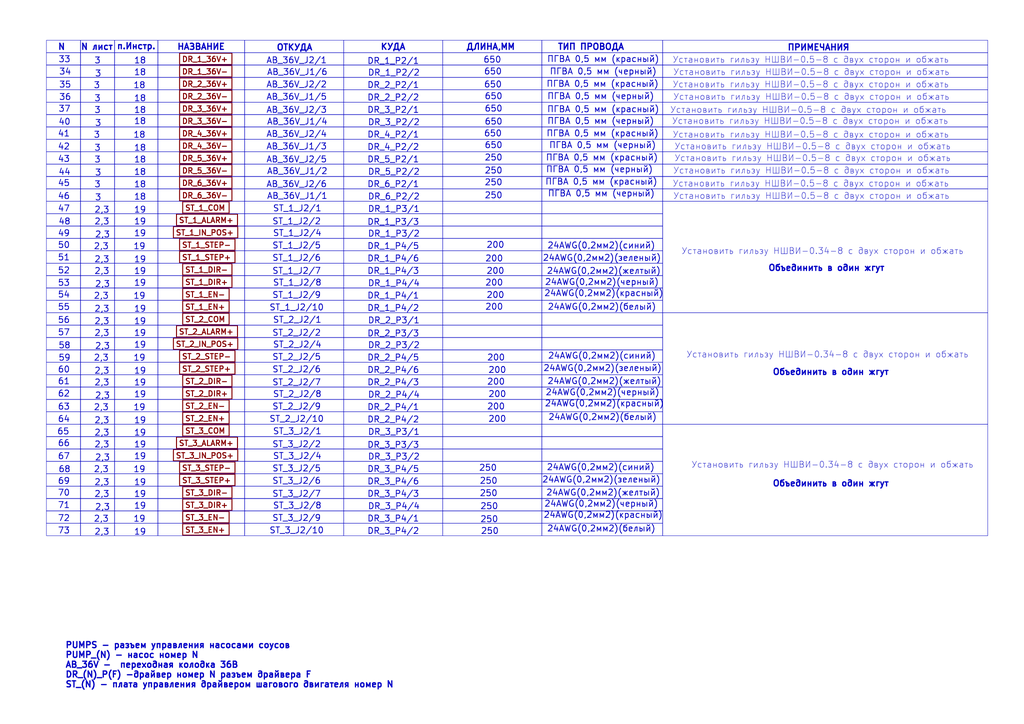
<source format=kicad_sch>
(kicad_sch
	(version 20250114)
	(generator "eeschema")
	(generator_version "9.0")
	(uuid "aedda996-3144-4590-b1f2-dcf1dacf86be")
	(paper "A3")
	(lib_symbols)
	(rectangle
		(start 222.25 92.71)
		(end 271.78 97.79)
		(stroke
			(width 0)
			(type default)
		)
		(fill
			(type none)
		)
		(uuid 02f69f23-d710-42c0-a8c7-f5e88285fc5e)
	)
	(rectangle
		(start 33.02 97.79)
		(end 46.99 102.87)
		(stroke
			(width 0)
			(type default)
		)
		(fill
			(type none)
		)
		(uuid 035c6e05-a68c-4979-b7d0-b7dc8b295e57)
	)
	(rectangle
		(start 46.99 113.03)
		(end 64.77 118.11)
		(stroke
			(width 0)
			(type default)
		)
		(fill
			(type none)
		)
		(uuid 03a6f42e-8f87-4159-bef2-2b7b4913cb5d)
	)
	(rectangle
		(start 33.02 118.11)
		(end 46.99 123.19)
		(stroke
			(width 0)
			(type default)
		)
		(fill
			(type none)
		)
		(uuid 05d56105-4c7d-44e8-8745-1cab2ead8b2e)
	)
	(rectangle
		(start 100.33 173.99)
		(end 140.97 179.07)
		(stroke
			(width 0)
			(type default)
		)
		(fill
			(type none)
		)
		(uuid 05d827ad-b037-4e9b-b66e-7004ec55ab92)
	)
	(rectangle
		(start 181.61 52.07)
		(end 222.25 57.15)
		(stroke
			(width 0)
			(type default)
		)
		(fill
			(type none)
		)
		(uuid 063fa3b7-c7d5-4601-990f-3b2a639749b3)
	)
	(rectangle
		(start 140.97 87.63)
		(end 181.61 92.71)
		(stroke
			(width 0)
			(type default)
		)
		(fill
			(type none)
		)
		(uuid 064dcd1c-013c-418a-9f03-d9e4ab112584)
	)
	(rectangle
		(start 140.97 133.35)
		(end 181.61 138.43)
		(stroke
			(width 0)
			(type default)
		)
		(fill
			(type none)
		)
		(uuid 06e9e4b8-f161-40ea-ad3c-b42ad828d787)
	)
	(rectangle
		(start 33.02 199.39)
		(end 46.99 204.47)
		(stroke
			(width 0)
			(type default)
		)
		(fill
			(type none)
		)
		(uuid 073c94e9-d611-4d30-b69d-0c32a9986711)
	)
	(rectangle
		(start 140.97 158.75)
		(end 181.61 163.83)
		(stroke
			(width 0)
			(type default)
		)
		(fill
			(type none)
		)
		(uuid 09c955a6-b98e-4162-b96b-e799eaa9d8b1)
	)
	(rectangle
		(start 33.02 189.23)
		(end 46.99 194.31)
		(stroke
			(width 0)
			(type default)
		)
		(fill
			(type none)
		)
		(uuid 0b3a79ec-59a7-44b2-8f85-5f8d18ed4c46)
	)
	(rectangle
		(start 140.97 128.27)
		(end 181.61 133.35)
		(stroke
			(width 0)
			(type default)
		)
		(fill
			(type none)
		)
		(uuid 0de101a9-b716-4728-98d6-000358683b64)
	)
	(rectangle
		(start 46.99 36.83)
		(end 64.77 41.91)
		(stroke
			(width 0)
			(type default)
		)
		(fill
			(type none)
		)
		(uuid 0f7364e0-f4dc-4c10-90a8-134a7328c455)
	)
	(rectangle
		(start 64.77 77.47)
		(end 100.33 82.55)
		(stroke
			(width 0)
			(type default)
		)
		(fill
			(type none)
		)
		(uuid 11090937-a974-440f-906c-4772c08bd54c)
	)
	(rectangle
		(start 271.78 82.55)
		(end 405.13 128.27)
		(stroke
			(width 0)
			(type default)
		)
		(fill
			(type none)
		)
		(uuid 1158d49a-94a8-45b3-afa6-f2b0799bff6a)
	)
	(rectangle
		(start 64.77 102.87)
		(end 100.33 107.95)
		(stroke
			(width 0)
			(type default)
		)
		(fill
			(type none)
		)
		(uuid 11c74dce-eeae-4390-a836-f3707b678fe9)
	)
	(rectangle
		(start 140.97 168.91)
		(end 181.61 173.99)
		(stroke
			(width 0)
			(type default)
		)
		(fill
			(type none)
		)
		(uuid 137da3a7-697d-4027-9dda-a4e735bd0b45)
	)
	(rectangle
		(start 271.78 72.39)
		(end 405.13 77.47)
		(stroke
			(width 0)
			(type default)
		)
		(fill
			(type none)
		)
		(uuid 14227ecb-d260-46d5-9849-17072462be8f)
	)
	(rectangle
		(start 19.05 82.55)
		(end 33.02 87.63)
		(stroke
			(width 0)
			(type default)
		)
		(fill
			(type none)
		)
		(uuid 147184b7-ad6a-4b76-9099-30a14f8a1c17)
	)
	(rectangle
		(start 100.33 31.75)
		(end 140.97 36.83)
		(stroke
			(width 0)
			(type default)
		)
		(fill
			(type none)
		)
		(uuid 14ff2ca0-a797-484f-b285-44b316bf25bc)
	)
	(rectangle
		(start 46.99 189.23)
		(end 64.77 194.31)
		(stroke
			(width 0)
			(type default)
		)
		(fill
			(type none)
		)
		(uuid 15f6b91a-1120-4f63-8104-2bc7addcc30f)
	)
	(rectangle
		(start 181.61 123.19)
		(end 222.25 128.27)
		(stroke
			(width 0)
			(type default)
		)
		(fill
			(type none)
		)
		(uuid 17227663-2f66-4f65-8882-8575db7d16f7)
	)
	(rectangle
		(start 271.78 57.15)
		(end 405.13 62.23)
		(stroke
			(width 0)
			(type default)
		)
		(fill
			(type none)
		)
		(uuid 180b8d92-5fca-4ec9-b4d6-2196346ff171)
	)
	(rectangle
		(start 181.61 113.03)
		(end 222.25 118.11)
		(stroke
			(width 0)
			(type default)
		)
		(fill
			(type none)
		)
		(uuid 1889a4af-3c3d-4ecb-aa29-8e368b0ff28c)
	)
	(rectangle
		(start 100.33 102.87)
		(end 140.97 107.95)
		(stroke
			(width 0)
			(type default)
		)
		(fill
			(type none)
		)
		(uuid 18959d90-ee3b-49f7-a3d9-6b6fd29d5c24)
	)
	(rectangle
		(start 33.02 123.19)
		(end 46.99 128.27)
		(stroke
			(width 0)
			(type default)
		)
		(fill
			(type none)
		)
		(uuid 1a916ecc-04e3-4f86-856a-5efb509e5e09)
	)
	(rectangle
		(start 181.61 184.15)
		(end 222.25 189.23)
		(stroke
			(width 0)
			(type default)
		)
		(fill
			(type none)
		)
		(uuid 1c3b96c4-7744-42c7-b63d-683dd69e0907)
	)
	(rectangle
		(start 19.05 199.39)
		(end 33.02 204.47)
		(stroke
			(width 0)
			(type default)
		)
		(fill
			(type none)
		)
		(uuid 1f76844f-4c13-43fa-899e-ce6a66e260e8)
	)
	(rectangle
		(start 181.61 107.95)
		(end 222.25 113.03)
		(stroke
			(width 0)
			(type default)
		)
		(fill
			(type none)
		)
		(uuid 1fa87ab8-986e-4848-a722-c461fb1f5ebc)
	)
	(rectangle
		(start 19.05 123.19)
		(end 33.02 128.27)
		(stroke
			(width 0)
			(type default)
		)
		(fill
			(type none)
		)
		(uuid 20adebb1-5f43-463a-aa89-757b48e447a3)
	)
	(rectangle
		(start 19.05 16.51)
		(end 33.02 21.59)
		(stroke
			(width 0)
			(type default)
		)
		(fill
			(type none)
		)
		(uuid 21389f22-9f5c-4a03-b55a-36995dd4aae9)
	)
	(rectangle
		(start 64.77 57.15)
		(end 100.33 62.23)
		(stroke
			(width 0)
			(type default)
		)
		(fill
			(type none)
		)
		(uuid 228d1905-dd9a-4531-9042-5c8449c3165b)
	)
	(rectangle
		(start 181.61 57.15)
		(end 222.25 62.23)
		(stroke
			(width 0)
			(type default)
		)
		(fill
			(type none)
		)
		(uuid 236e2b10-4669-42da-9f80-6303ca01a9bf)
	)
	(rectangle
		(start 33.02 138.43)
		(end 46.99 143.51)
		(stroke
			(width 0)
			(type default)
		)
		(fill
			(type none)
		)
		(uuid 24f7e706-b1a9-4095-858a-6005e43342f8)
	)
	(rectangle
		(start 140.97 153.67)
		(end 181.61 158.75)
		(stroke
			(width 0)
			(type default)
		)
		(fill
			(type none)
		)
		(uuid 252bb7df-70c1-48f2-a395-d6ee2b1a92c5)
	)
	(rectangle
		(start 19.05 77.47)
		(end 33.02 82.55)
		(stroke
			(width 0)
			(type default)
		)
		(fill
			(type none)
		)
		(uuid 252dda76-d551-43cb-a2e8-d4e821c9f641)
	)
	(rectangle
		(start 19.05 133.35)
		(end 33.02 138.43)
		(stroke
			(width 0)
			(type default)
		)
		(fill
			(type none)
		)
		(uuid 25cabb19-4893-4819-b384-2733064624a7)
	)
	(rectangle
		(start 222.25 194.31)
		(end 271.78 199.39)
		(stroke
			(width 0)
			(type default)
		)
		(fill
			(type none)
		)
		(uuid 25e44f5b-04ca-47e1-bf17-b63c93a745bd)
	)
	(rectangle
		(start 46.99 209.55)
		(end 64.77 214.63)
		(stroke
			(width 0)
			(type default)
		)
		(fill
			(type none)
		)
		(uuid 269fba05-47de-4607-88a4-9d35fe4541ab)
	)
	(rectangle
		(start 19.05 102.87)
		(end 33.02 107.95)
		(stroke
			(width 0)
			(type default)
		)
		(fill
			(type none)
		)
		(uuid 26ba06aa-7660-4f28-aef6-3a11d05d6945)
	)
	(rectangle
		(start 46.99 138.43)
		(end 64.77 143.51)
		(stroke
			(width 0)
			(type default)
		)
		(fill
			(type none)
		)
		(uuid 27261dcc-61bc-4304-b562-60f0dc827b02)
	)
	(rectangle
		(start 19.05 107.95)
		(end 33.02 113.03)
		(stroke
			(width 0)
			(type default)
		)
		(fill
			(type none)
		)
		(uuid 28191b8f-4313-4e55-8220-e7f90c4bfc7c)
	)
	(rectangle
		(start 64.77 31.75)
		(end 100.33 36.83)
		(stroke
			(width 0)
			(type default)
		)
		(fill
			(type none)
		)
		(uuid 28567eb9-d369-4e60-8057-b96e04e406a1)
	)
	(rectangle
		(start 271.78 21.59)
		(end 405.13 26.67)
		(stroke
			(width 0)
			(type default)
		)
		(fill
			(type none)
		)
		(uuid 29708b10-64ba-4c14-9233-0257fb96d089)
	)
	(rectangle
		(start 33.02 77.47)
		(end 46.99 82.55)
		(stroke
			(width 0)
			(type default)
		)
		(fill
			(type none)
		)
		(uuid 297eeb74-960a-4ae4-bb60-f424db68350d)
	)
	(rectangle
		(start 140.97 179.07)
		(end 181.61 184.15)
		(stroke
			(width 0)
			(type default)
		)
		(fill
			(type none)
		)
		(uuid 2a91ee74-2744-4d9a-9a2c-21ff3d634e0b)
	)
	(rectangle
		(start 140.97 209.55)
		(end 181.61 214.63)
		(stroke
			(width 0)
			(type default)
		)
		(fill
			(type none)
		)
		(uuid 2bf2e44e-7230-4346-9d15-6e8b95bc7b47)
	)
	(rectangle
		(start 33.02 113.03)
		(end 46.99 118.11)
		(stroke
			(width 0)
			(type default)
		)
		(fill
			(type none)
		)
		(uuid 2da35050-2819-4adc-bae3-b38ec7456e7c)
	)
	(rectangle
		(start 271.78 173.99)
		(end 405.13 219.71)
		(stroke
			(width 0)
			(type default)
		)
		(fill
			(type none)
		)
		(uuid 2ec06e85-f304-41b4-b7f9-02f4a3e5afd6)
	)
	(rectangle
		(start 19.05 143.51)
		(end 33.02 148.59)
		(stroke
			(width 0)
			(type default)
		)
		(fill
			(type none)
		)
		(uuid 2fd6c014-f378-4d22-b15f-058570587c2d)
	)
	(rectangle
		(start 46.99 67.31)
		(end 64.77 72.39)
		(stroke
			(width 0)
			(type default)
		)
		(fill
			(type none)
		)
		(uuid 2feb84f4-096b-4f05-91f1-2fa9df073fef)
	)
	(rectangle
		(start 181.61 16.51)
		(end 222.25 21.59)
		(stroke
			(width 0)
			(type default)
		)
		(fill
			(type none)
		)
		(uuid 3163d48b-9dc7-49cf-83a1-f5ba8d13a4b0)
	)
	(rectangle
		(start 64.77 87.63)
		(end 100.33 92.71)
		(stroke
			(width 0)
			(type default)
		)
		(fill
			(type none)
		)
		(uuid 32f5892c-a245-4dc0-b2af-3e3ab4a78f5d)
	)
	(rectangle
		(start 46.99 173.99)
		(end 64.77 179.07)
		(stroke
			(width 0)
			(type default)
		)
		(fill
			(type none)
		)
		(uuid 330787c9-0dce-4445-b415-72cd0e453320)
	)
	(rectangle
		(start 33.02 214.63)
		(end 46.99 219.71)
		(stroke
			(width 0)
			(type default)
		)
		(fill
			(type none)
		)
		(uuid 34446620-211e-4859-bc7e-fc03a3a0251b)
	)
	(rectangle
		(start 64.77 97.79)
		(end 100.33 102.87)
		(stroke
			(width 0)
			(type default)
		)
		(fill
			(type none)
		)
		(uuid 34588fea-91ca-467d-b6d6-0a49c7e7258e)
	)
	(rectangle
		(start 100.33 184.15)
		(end 140.97 189.23)
		(stroke
			(width 0)
			(type default)
		)
		(fill
			(type none)
		)
		(uuid 346788e7-8c44-4c33-a5f3-daa9d78911af)
	)
	(rectangle
		(start 222.25 67.31)
		(end 271.78 72.39)
		(stroke
			(width 0)
			(type default)
		)
		(fill
			(type none)
		)
		(uuid 361877f4-b1ff-4582-8f85-e66ad303cf17)
	)
	(rectangle
		(start 222.25 41.91)
		(end 271.78 46.99)
		(stroke
			(width 0)
			(type default)
		)
		(fill
			(type none)
		)
		(uuid 37ef3e06-fe98-4ad8-9398-523ab183751f)
	)
	(rectangle
		(start 46.99 214.63)
		(end 64.77 219.71)
		(stroke
			(width 0)
			(type default)
		)
		(fill
			(type none)
		)
		(uuid 38a992dd-0d2b-4f76-b1b2-863008aba5cc)
	)
	(rectangle
		(start 140.97 113.03)
		(end 181.61 118.11)
		(stroke
			(width 0)
			(type default)
		)
		(fill
			(type none)
		)
		(uuid 3a1b5874-4a65-47ed-86b6-99c14edf9f19)
	)
	(rectangle
		(start 140.97 72.39)
		(end 181.61 77.47)
		(stroke
			(width 0)
			(type default)
		)
		(fill
			(type none)
		)
		(uuid 3bb16d4c-2f3b-4fd2-89c4-55c21911e140)
	)
	(rectangle
		(start 271.78 41.91)
		(end 405.13 46.99)
		(stroke
			(width 0)
			(type default)
		)
		(fill
			(type none)
		)
		(uuid 3be06c30-83f7-4265-ab35-e508a210051b)
	)
	(rectangle
		(start 33.02 184.15)
		(end 46.99 189.23)
		(stroke
			(width 0)
			(type default)
		)
		(fill
			(type none)
		)
		(uuid 3be6e5a6-8ab3-4242-8d14-4ddc45713a12)
	)
	(rectangle
		(start 100.33 21.59)
		(end 140.97 26.67)
		(stroke
			(width 0)
			(type default)
		)
		(fill
			(type none)
		)
		(uuid 3deee405-16e4-4208-875b-63be23598a5d)
	)
	(rectangle
		(start 19.05 189.23)
		(end 33.02 194.31)
		(stroke
			(width 0)
			(type default)
		)
		(fill
			(type none)
		)
		(uuid 3e6ae08c-2176-447a-856c-fb0d2025dc55)
	)
	(rectangle
		(start 271.78 52.07)
		(end 405.13 57.15)
		(stroke
			(width 0)
			(type default)
		)
		(fill
			(type none)
		)
		(uuid 3fb4b984-cbd6-4d6e-8b70-a65cea9b42f5)
	)
	(rectangle
		(start 64.77 92.71)
		(end 100.33 97.79)
		(stroke
			(width 0)
			(type default)
		)
		(fill
			(type none)
		)
		(uuid 40a4119b-2630-4e09-8173-259e198a1df8)
	)
	(rectangle
		(start 19.05 26.67)
		(end 33.02 31.75)
		(stroke
			(width 0)
			(type default)
		)
		(fill
			(type none)
		)
		(uuid 40cecdbd-80ef-4f33-92fa-375edc379e7d)
	)
	(rectangle
		(start 64.77 204.47)
		(end 100.33 209.55)
		(stroke
			(width 0)
			(type default)
		)
		(fill
			(type none)
		)
		(uuid 43ffa1ee-ebc1-4036-97f6-fbe40f989c9e)
	)
	(rectangle
		(start 140.97 102.87)
		(end 181.61 107.95)
		(stroke
			(width 0)
			(type default)
		)
		(fill
			(type none)
		)
		(uuid 449097a1-8894-4eb6-8392-05cc9ea1a77c)
	)
	(rectangle
		(start 140.97 123.19)
		(end 181.61 128.27)
		(stroke
			(width 0)
			(type default)
		)
		(fill
			(type none)
		)
		(uuid 44d759b2-4fa7-45f5-b220-963c189fc2a2)
	)
	(rectangle
		(start 64.77 133.35)
		(end 100.33 138.43)
		(stroke
			(width 0)
			(type default)
		)
		(fill
			(type none)
		)
		(uuid 454b09fa-e6aa-42bf-bf7e-c2d30e92351b)
	)
	(rectangle
		(start 181.61 133.35)
		(end 222.25 138.43)
		(stroke
			(width 0)
			(type default)
		)
		(fill
			(type none)
		)
		(uuid 455ceec5-fea2-4111-9119-b60c1c902829)
	)
	(rectangle
		(start 19.05 163.83)
		(end 33.02 168.91)
		(stroke
			(width 0)
			(type default)
		)
		(fill
			(type none)
		)
		(uuid 46692bc0-60a1-4446-9fc6-faa234a99b70)
	)
	(rectangle
		(start 33.02 204.47)
		(end 46.99 209.55)
		(stroke
			(width 0)
			(type default)
		)
		(fill
			(type none)
		)
		(uuid 47706c2c-b217-4988-8541-b24d94473ba2)
	)
	(rectangle
		(start 46.99 118.11)
		(end 64.77 123.19)
		(stroke
			(width 0)
			(type default)
		)
		(fill
			(type none)
		)
		(uuid 4780d0a9-803a-4f07-9ed8-5ce7e5af5985)
	)
	(rectangle
		(start 19.05 52.07)
		(end 33.02 57.15)
		(stroke
			(width 0)
			(type default)
		)
		(fill
			(type none)
		)
		(uuid 47a3b705-167f-4a23-8836-4bc78412fa7b)
	)
	(rectangle
		(start 140.97 31.75)
		(end 181.61 36.83)
		(stroke
			(width 0)
			(type default)
		)
		(fill
			(type none)
		)
		(uuid 48f36968-f4c0-4e19-8a49-d8e0cabc46dd)
	)
	(rectangle
		(start 140.97 21.59)
		(end 181.61 26.67)
		(stroke
			(width 0)
			(type default)
		)
		(fill
			(type none)
		)
		(uuid 492377fc-fb3e-4e60-829b-5a5cab9d5fe5)
	)
	(rectangle
		(start 46.99 102.87)
		(end 64.77 107.95)
		(stroke
			(width 0)
			(type default)
		)
		(fill
			(type none)
		)
		(uuid 49537db1-f876-4177-a1ed-2868987e1b6d)
	)
	(rectangle
		(start 46.99 148.59)
		(end 64.77 153.67)
		(stroke
			(width 0)
			(type default)
		)
		(fill
			(type none)
		)
		(uuid 4afce98f-f0eb-431b-a873-2966a89a169d)
	)
	(rectangle
		(start 181.61 209.55)
		(end 222.25 214.63)
		(stroke
			(width 0)
			(type default)
		)
		(fill
			(type none)
		)
		(uuid 4b1e54c5-151b-4935-bcee-495afb78b688)
	)
	(rectangle
		(start 181.61 199.39)
		(end 222.25 204.47)
		(stroke
			(width 0)
			(type default)
		)
		(fill
			(type none)
		)
		(uuid 4bb5e831-812d-448e-bac4-b0574338e9ae)
	)
	(rectangle
		(start 64.77 153.67)
		(end 100.33 158.75)
		(stroke
			(width 0)
			(type default)
		)
		(fill
			(type none)
		)
		(uuid 4ccc6d45-5e54-4c96-ac4a-db954d4c5d9f)
	)
	(rectangle
		(start 100.33 118.11)
		(end 140.97 123.19)
		(stroke
			(width 0)
			(type default)
		)
		(fill
			(type none)
		)
		(uuid 4ce8f366-96fa-4b9c-9b9e-b5c1873f7726)
	)
	(rectangle
		(start 46.99 153.67)
		(end 64.77 158.75)
		(stroke
			(width 0)
			(type default)
		)
		(fill
			(type none)
		)
		(uuid 4e0a1aff-74b2-4819-9dc0-0f2c70535ef0)
	)
	(rectangle
		(start 19.05 209.55)
		(end 33.02 214.63)
		(stroke
			(width 0)
			(type default)
		)
		(fill
			(type none)
		)
		(uuid 4e524d8e-edc7-4dc1-a9ac-77cfea9349c1)
	)
	(rectangle
		(start 222.25 199.39)
		(end 271.78 204.47)
		(stroke
			(width 0)
			(type default)
		)
		(fill
			(type none)
		)
		(uuid 4f9081e3-ecbb-4037-a0f9-3c95d1990fc5)
	)
	(rectangle
		(start 100.33 92.71)
		(end 140.97 97.79)
		(stroke
			(width 0)
			(type default)
		)
		(fill
			(type none)
		)
		(uuid 5003d68e-daf5-4b99-8f3d-f5498b7948c9)
	)
	(rectangle
		(start 181.61 26.67)
		(end 222.25 31.75)
		(stroke
			(width 0)
			(type default)
		)
		(fill
			(type none)
		)
		(uuid 516ea438-c1b2-41ef-bef0-958d6dc381e3)
	)
	(rectangle
		(start 271.78 77.47)
		(end 405.13 82.55)
		(stroke
			(width 0)
			(type default)
		)
		(fill
			(type none)
		)
		(uuid 52831919-3171-49f4-9542-b7db06d41a98)
	)
	(rectangle
		(start 100.33 189.23)
		(end 140.97 194.31)
		(stroke
			(width 0)
			(type default)
		)
		(fill
			(type none)
		)
		(uuid 5287ae8c-c748-4c71-a380-7bb01692bf57)
	)
	(rectangle
		(start 181.61 189.23)
		(end 222.25 194.31)
		(stroke
			(width 0)
			(type default)
		)
		(fill
			(type none)
		)
		(uuid 52915b54-1744-4ae8-b426-e6e1c6764c3a)
	)
	(rectangle
		(start 140.97 214.63)
		(end 181.61 219.71)
		(stroke
			(width 0)
			(type default)
		)
		(fill
			(type none)
		)
		(uuid 52ab064a-fd3e-40bf-a4ad-977f84f5618c)
	)
	(rectangle
		(start 33.02 173.99)
		(end 46.99 179.07)
		(stroke
			(width 0)
			(type default)
		)
		(fill
			(type none)
		)
		(uuid 53bedb37-ea4a-42b1-881a-304a761afb26)
	)
	(rectangle
		(start 64.77 82.55)
		(end 100.33 87.63)
		(stroke
			(width 0)
			(type default)
		)
		(fill
			(type none)
		)
		(uuid 542ced7e-30cc-4594-97fd-6f80f2fe390b)
	)
	(rectangle
		(start 222.25 72.39)
		(end 271.78 77.47)
		(stroke
			(width 0)
			(type default)
		)
		(fill
			(type none)
		)
		(uuid 54ca3f16-80f9-4db7-9724-102bbfd4f57b)
	)
	(rectangle
		(start 46.99 62.23)
		(end 64.77 67.31)
		(stroke
			(width 0)
			(type default)
		)
		(fill
			(type none)
		)
		(uuid 557ecda1-bfdb-401b-81db-bccf34d66071)
	)
	(rectangle
		(start 100.33 194.31)
		(end 140.97 199.39)
		(stroke
			(width 0)
			(type default)
		)
		(fill
			(type none)
		)
		(uuid 5648798f-92df-494b-880b-13602fece6c7)
	)
	(rectangle
		(start 222.25 16.51)
		(end 271.78 21.59)
		(stroke
			(width 0)
			(type default)
		)
		(fill
			(type none)
		)
		(uuid 576a4980-529a-4148-9449-807d1a04a989)
	)
	(rectangle
		(start 181.61 21.59)
		(end 222.25 26.67)
		(stroke
			(width 0)
			(type default)
		)
		(fill
			(type none)
		)
		(uuid 5982e2d1-c0ce-4e72-9348-4dec2722d7f7)
	)
	(rectangle
		(start 222.25 138.43)
		(end 271.78 143.51)
		(stroke
			(width 0)
			(type default)
		)
		(fill
			(type none)
		)
		(uuid 59b394c6-7a4c-493d-8833-ee1d97d9d6bf)
	)
	(rectangle
		(start 33.02 36.83)
		(end 46.99 41.91)
		(stroke
			(width 0)
			(type default)
		)
		(fill
			(type none)
		)
		(uuid 5a05c26f-3d86-4941-8bce-261ae1416b55)
	)
	(rectangle
		(start 64.77 128.27)
		(end 100.33 133.35)
		(stroke
			(width 0)
			(type default)
		)
		(fill
			(type none)
		)
		(uuid 5b664913-15e4-4436-891d-47500bfb689c)
	)
	(rectangle
		(start 100.33 62.23)
		(end 140.97 67.31)
		(stroke
			(width 0)
			(type default)
		)
		(fill
			(type none)
		)
		(uuid 5be37c90-e11a-4c6f-b32b-45114e4a94bc)
	)
	(rectangle
		(start 181.61 82.55)
		(end 222.25 87.63)
		(stroke
			(width 0)
			(type default)
		)
		(fill
			(type none)
		)
		(uuid 5c860719-5061-4869-a31f-32a12d14b42e)
	)
	(rectangle
		(start 64.77 173.99)
		(end 100.33 179.07)
		(stroke
			(width 0)
			(type default)
		)
		(fill
			(type none)
		)
		(uuid 5d2de03a-9aa1-40f8-ae8d-692f2b563836)
	)
	(rectangle
		(start 33.02 107.95)
		(end 46.99 113.03)
		(stroke
			(width 0)
			(type default)
		)
		(fill
			(type none)
		)
		(uuid 5deeb32c-e419-4eb1-9a0b-b4773314b671)
	)
	(rectangle
		(start 19.05 92.71)
		(end 33.02 97.79)
		(stroke
			(width 0)
			(type default)
		)
		(fill
			(type none)
		)
		(uuid 5e96a9b5-e511-4926-8cc3-f044fdef15f2)
	)
	(rectangle
		(start 64.77 199.39)
		(end 100.33 204.47)
		(stroke
			(width 0)
			(type default)
		)
		(fill
			(type none)
		)
		(uuid 5ecaa032-96f5-4592-8ce3-3fdffc52fb73)
	)
	(rectangle
		(start 19.05 67.31)
		(end 33.02 72.39)
		(stroke
			(width 0)
			(type default)
		)
		(fill
			(type none)
		)
		(uuid 603e00bf-426c-410d-9756-be972f406366)
	)
	(rectangle
		(start 222.25 31.75)
		(end 271.78 36.83)
		(stroke
			(width 0)
			(type default)
		)
		(fill
			(type none)
		)
		(uuid 62613d55-dcd0-4c7a-afdb-ece86ba3436e)
	)
	(rectangle
		(start 140.97 194.31)
		(end 181.61 199.39)
		(stroke
			(width 0)
			(type default)
		)
		(fill
			(type none)
		)
		(uuid 6262047b-e5c3-40ac-83cc-7be99f403e3f)
	)
	(rectangle
		(start 222.25 168.91)
		(end 271.78 173.99)
		(stroke
			(width 0)
			(type default)
		)
		(fill
			(type none)
		)
		(uuid 630aa78a-2339-4e5c-9050-20e11a26c74c)
	)
	(rectangle
		(start 46.99 92.71)
		(end 64.77 97.79)
		(stroke
			(width 0)
			(type default)
		)
		(fill
			(type none)
		)
		(uuid 631a7730-b11f-4612-b5a1-71dfc953764c)
	)
	(rectangle
		(start 100.33 153.67)
		(end 140.97 158.75)
		(stroke
			(width 0)
			(type default)
		)
		(fill
			(type none)
		)
		(uuid 6320677c-afe8-466f-979a-11b0b83fa7b5)
	)
	(rectangle
		(start 46.99 194.31)
		(end 64.77 199.39)
		(stroke
			(width 0)
			(type default)
		)
		(fill
			(type none)
		)
		(uuid 6377b39e-92b5-4b03-84fd-43018cd1f7bd)
	)
	(rectangle
		(start 19.05 57.15)
		(end 33.02 62.23)
		(stroke
			(width 0)
			(type default)
		)
		(fill
			(type none)
		)
		(uuid 639da21b-3a87-4509-b095-5671cb6a9bf6)
	)
	(rectangle
		(start 181.61 36.83)
		(end 222.25 41.91)
		(stroke
			(width 0)
			(type default)
		)
		(fill
			(type none)
		)
		(uuid 63a77725-bb40-48fc-b237-2cd036da1b65)
	)
	(rectangle
		(start 46.99 158.75)
		(end 64.77 163.83)
		(stroke
			(width 0)
			(type default)
		)
		(fill
			(type none)
		)
		(uuid 649fd835-99f3-4b21-934e-63acd026db47)
	)
	(rectangle
		(start 19.05 118.11)
		(end 33.02 123.19)
		(stroke
			(width 0)
			(type default)
		)
		(fill
			(type none)
		)
		(uuid 64c5251b-5fb3-48b8-a1bf-c3622317cc70)
	)
	(rectangle
		(start 100.33 52.07)
		(end 140.97 57.15)
		(stroke
			(width 0)
			(type default)
		)
		(fill
			(type none)
		)
		(uuid 6533332e-a36c-4255-a9f1-66155b491087)
	)
	(rectangle
		(start 181.61 67.31)
		(end 222.25 72.39)
		(stroke
			(width 0)
			(type default)
		)
		(fill
			(type none)
		)
		(uuid 66719e5b-3bf7-47aa-b20a-bfe47e03e5d8)
	)
	(rectangle
		(start 64.77 138.43)
		(end 100.33 143.51)
		(stroke
			(width 0)
			(type default)
		)
		(fill
			(type none)
		)
		(uuid 68dd922e-08a7-460e-a4e5-deca2c5069ef)
	)
	(rectangle
		(start 140.97 57.15)
		(end 181.61 62.23)
		(stroke
			(width 0)
			(type default)
		)
		(fill
			(type none)
		)
		(uuid 69741ffd-e20d-4d90-a2f1-8df1134cf77d)
	)
	(rectangle
		(start 140.97 173.99)
		(end 181.61 179.07)
		(stroke
			(width 0)
			(type default)
		)
		(fill
			(type none)
		)
		(uuid 6a56555b-54e3-4130-947b-6298997744f0)
	)
	(rectangle
		(start 33.02 67.31)
		(end 46.99 72.39)
		(stroke
			(width 0)
			(type default)
		)
		(fill
			(type none)
		)
		(uuid 6b1a7a94-23e5-4f5f-b7aa-72bf26c98e21)
	)
	(rectangle
		(start 100.33 168.91)
		(end 140.97 173.99)
		(stroke
			(width 0)
			(type default)
		)
		(fill
			(type none)
		)
		(uuid 6b8ed90e-0785-4afc-8111-5260cb9bb7b9)
	)
	(rectangle
		(start 100.33 87.63)
		(end 140.97 92.71)
		(stroke
			(width 0)
			(type default)
		)
		(fill
			(type none)
		)
		(uuid 6bc92bdb-1a8d-4b39-b200-930aaf4744f6)
	)
	(rectangle
		(start 222.25 153.67)
		(end 271.78 158.75)
		(stroke
			(width 0)
			(type default)
		)
		(fill
			(type none)
		)
		(uuid 6e05fcb1-8595-42db-b3c1-72e9bab44be4)
	)
	(rectangle
		(start 19.05 41.91)
		(end 33.02 46.99)
		(stroke
			(width 0)
			(type default)
		)
		(fill
			(type none)
		)
		(uuid 6ec84148-1f86-47f6-ba1a-72f4bbc04931)
	)
	(rectangle
		(start 46.99 168.91)
		(end 64.77 173.99)
		(stroke
			(width 0)
			(type default)
		)
		(fill
			(type none)
		)
		(uuid 6ee25f0d-b7e2-4b79-863f-9865b0bd3dc3)
	)
	(rectangle
		(start 19.05 87.63)
		(end 33.02 92.71)
		(stroke
			(width 0)
			(type default)
		)
		(fill
			(type none)
		)
		(uuid 70b16923-8b92-413d-9ca7-42e5e31d7a37)
	)
	(rectangle
		(start 100.33 148.59)
		(end 140.97 153.67)
		(stroke
			(width 0)
			(type default)
		)
		(fill
			(type none)
		)
		(uuid 713ce241-6c41-42ed-8004-0e0d35536c69)
	)
	(rectangle
		(start 64.77 113.03)
		(end 100.33 118.11)
		(stroke
			(width 0)
			(type default)
		)
		(fill
			(type none)
		)
		(uuid 71f50bfb-e015-4a10-8d42-68f07760cd30)
	)
	(rectangle
		(start 140.97 16.51)
		(end 181.61 21.59)
		(stroke
			(width 0)
			(type default)
		)
		(fill
			(type none)
		)
		(uuid 75128acc-e8f5-4eb2-8235-e61dcf382a3f)
	)
	(rectangle
		(start 46.99 57.15)
		(end 64.77 62.23)
		(stroke
			(width 0)
			(type default)
		)
		(fill
			(type none)
		)
		(uuid 768a9c98-6764-4082-8493-5e68b8f6a48a)
	)
	(rectangle
		(start 140.97 46.99)
		(end 181.61 52.07)
		(stroke
			(width 0)
			(type default)
		)
		(fill
			(type none)
		)
		(uuid 7890db19-bb4b-4b06-bfa3-de9a9a257fec)
	)
	(rectangle
		(start 46.99 204.47)
		(end 64.77 209.55)
		(stroke
			(width 0)
			(type default)
		)
		(fill
			(type none)
		)
		(uuid 79872f82-147c-4054-af71-52aaa6779c6c)
	)
	(rectangle
		(start 222.25 57.15)
		(end 271.78 62.23)
		(stroke
			(width 0)
			(type default)
		)
		(fill
			(type none)
		)
		(uuid 7a58baa8-b947-4633-b043-ca29a873b70d)
	)
	(rectangle
		(start 222.25 77.47)
		(end 271.78 82.55)
		(stroke
			(width 0)
			(type default)
		)
		(fill
			(type none)
		)
		(uuid 7b002f7c-24ee-42ba-b1f8-4cf60403142b)
	)
	(rectangle
		(start 140.97 41.91)
		(end 181.61 46.99)
		(stroke
			(width 0)
			(type default)
		)
		(fill
			(type none)
		)
		(uuid 7eb313e4-6061-4857-82aa-266b78750164)
	)
	(rectangle
		(start 222.25 21.59)
		(end 271.78 26.67)
		(stroke
			(width 0)
			(type default)
		)
		(fill
			(type none)
		)
		(uuid 7f4e6a45-1238-436e-8931-166bdc37c745)
	)
	(rectangle
		(start 64.77 36.83)
		(end 100.33 41.91)
		(stroke
			(width 0)
			(type default)
		)
		(fill
			(type none)
		)
		(uuid 80734507-9bc5-4a87-a994-ad146dc9ef65)
	)
	(rectangle
		(start 64.77 158.75)
		(end 100.33 163.83)
		(stroke
			(width 0)
			(type default)
		)
		(fill
			(type none)
		)
		(uuid 812fbf50-ef88-4290-b60b-d5aecf8493a5)
	)
	(rectangle
		(start 33.02 31.75)
		(end 46.99 36.83)
		(stroke
			(width 0)
			(type default)
		)
		(fill
			(type none)
		)
		(uuid 81b19aec-a81b-4381-9f08-2ac1c566dc78)
	)
	(rectangle
		(start 19.05 158.75)
		(end 33.02 163.83)
		(stroke
			(width 0)
			(type default)
		)
		(fill
			(type none)
		)
		(uuid 8265d440-c7b8-4409-a694-5a3f6fed39fc)
	)
	(rectangle
		(start 64.77 123.19)
		(end 100.33 128.27)
		(stroke
			(width 0)
			(type default)
		)
		(fill
			(type none)
		)
		(uuid 82b6dd47-2785-4bb0-9b46-3f19608088b5)
	)
	(rectangle
		(start 181.61 194.31)
		(end 222.25 199.39)
		(stroke
			(width 0)
			(type default)
		)
		(fill
			(type none)
		)
		(uuid 834739c6-1a7f-4a1e-a8c3-bc485fc394e7)
	)
	(rectangle
		(start 140.97 163.83)
		(end 181.61 168.91)
		(stroke
			(width 0)
			(type default)
		)
		(fill
			(type none)
		)
		(uuid 8347dbeb-5336-4c02-88f9-eed4fb0d01d8)
	)
	(rectangle
		(start 181.61 102.87)
		(end 222.25 107.95)
		(stroke
			(width 0)
			(type default)
		)
		(fill
			(type none)
		)
		(uuid 837a8996-bf49-49c4-96be-87cf659965d1)
	)
	(rectangle
		(start 64.77 214.63)
		(end 100.33 219.71)
		(stroke
			(width 0)
			(type default)
		)
		(fill
			(type none)
		)
		(uuid 83f672bf-6b79-463e-8857-96235a37687e)
	)
	(rectangle
		(start 64.77 168.91)
		(end 100.33 173.99)
		(stroke
			(width 0)
			(type default)
		)
		(fill
			(type none)
		)
		(uuid 8552fae8-1e47-40ca-894e-5c4e4f061a55)
	)
	(rectangle
		(start 33.02 143.51)
		(end 46.99 148.59)
		(stroke
			(width 0)
			(type default)
		)
		(fill
			(type none)
		)
		(uuid 8615fe6e-2a24-4bec-b299-995c51dba483)
	)
	(rectangle
		(start 222.25 163.83)
		(end 271.78 168.91)
		(stroke
			(width 0)
			(type default)
		)
		(fill
			(type none)
		)
		(uuid 883c99e9-fc79-4553-9f45-490a0f4f99d2)
	)
	(rectangle
		(start 222.25 113.03)
		(end 271.78 118.11)
		(stroke
			(width 0)
			(type default)
		)
		(fill
			(type none)
		)
		(uuid 889b63a2-f3df-4b3e-9c23-3584b31787d6)
	)
	(rectangle
		(start 19.05 31.75)
		(end 33.02 36.83)
		(stroke
			(width 0)
			(type default)
		)
		(fill
			(type none)
		)
		(uuid 8a239792-2277-4021-8098-4d857b849ff7)
	)
	(rectangle
		(start 64.77 52.07)
		(end 100.33 57.15)
		(stroke
			(width 0)
			(type default)
		)
		(fill
			(type none)
		)
		(uuid 8b7fc123-6ea3-4742-b634-7f975fdaa7c1)
	)
	(rectangle
		(start 181.61 204.47)
		(end 222.25 209.55)
		(stroke
			(width 0)
			(type default)
		)
		(fill
			(type none)
		)
		(uuid 8e985ae6-3b7e-4fe7-8b84-cf092a926d0a)
	)
	(rectangle
		(start 100.33 97.79)
		(end 140.97 102.87)
		(stroke
			(width 0)
			(type default)
		)
		(fill
			(type none)
		)
		(uuid 8eab2373-beff-4832-aca4-73f125352bb1)
	)
	(rectangle
		(start 181.61 148.59)
		(end 222.25 153.67)
		(stroke
			(width 0)
			(type default)
		)
		(fill
			(type none)
		)
		(uuid 8f372fd1-f37f-46aa-999a-320f8ba0d204)
	)
	(rectangle
		(start 140.97 82.55)
		(end 181.61 87.63)
		(stroke
			(width 0)
			(type default)
		)
		(fill
			(type none)
		)
		(uuid 9090ce33-a9a0-44ca-91e2-7cc78459aa0e)
	)
	(rectangle
		(start 271.78 16.51)
		(end 405.13 21.59)
		(stroke
			(width 0)
			(type default)
		)
		(fill
			(type none)
		)
		(uuid 90b020c8-9601-4560-a0cd-b0ba5b7a5180)
	)
	(rectangle
		(start 46.99 77.47)
		(end 64.77 82.55)
		(stroke
			(width 0)
			(type default)
		)
		(fill
			(type none)
		)
		(uuid 90caf748-4833-42e4-a070-2658de50d864)
	)
	(rectangle
		(start 33.02 163.83)
		(end 46.99 168.91)
		(stroke
			(width 0)
			(type default)
		)
		(fill
			(type none)
		)
		(uuid 9155bb67-382d-46eb-9cab-33899190f971)
	)
	(rectangle
		(start 33.02 62.23)
		(end 46.99 67.31)
		(stroke
			(width 0)
			(type default)
		)
		(fill
			(type none)
		)
		(uuid 915c364b-6f87-4442-8a61-03134b659cff)
	)
	(rectangle
		(start 222.25 133.35)
		(end 271.78 138.43)
		(stroke
			(width 0)
			(type default)
		)
		(fill
			(type none)
		)
		(uuid 91b72572-df36-48ce-9534-ef487981e04d)
	)
	(rectangle
		(start 46.99 46.99)
		(end 64.77 52.07)
		(stroke
			(width 0)
			(type default)
		)
		(fill
			(type none)
		)
		(uuid 91c21f21-9304-49b1-84e7-0f06ee79ed49)
	)
	(rectangle
		(start 100.33 204.47)
		(end 140.97 209.55)
		(stroke
			(width 0)
			(type default)
		)
		(fill
			(type none)
		)
		(uuid 91ec61d7-8cbf-40aa-a55e-e85ba451cc48)
	)
	(rectangle
		(start 100.33 209.55)
		(end 140.97 214.63)
		(stroke
			(width 0)
			(type default)
		)
		(fill
			(type none)
		)
		(uuid 95776a19-37ca-465b-b926-84c5a634cb8f)
	)
	(rectangle
		(start 33.02 209.55)
		(end 46.99 214.63)
		(stroke
			(width 0)
			(type default)
		)
		(fill
			(type none)
		)
		(uuid 9626de1d-f1ee-4428-b8cc-aaeb30c61cd4)
	)
	(rectangle
		(start 100.33 16.51)
		(end 140.97 21.59)
		(stroke
			(width 0)
			(type default)
		)
		(fill
			(type none)
		)
		(uuid 9714b5aa-fb81-4a74-bbdf-5d70b5913f67)
	)
	(rectangle
		(start 100.33 179.07)
		(end 140.97 184.15)
		(stroke
			(width 0)
			(type default)
		)
		(fill
			(type none)
		)
		(uuid 9737be03-6840-4e9a-a5d6-91047d5e1974)
	)
	(rectangle
		(start 46.99 16.51)
		(end 64.77 21.59)
		(stroke
			(width 0)
			(type default)
		)
		(fill
			(type none)
		)
		(uuid 97418dd9-f5d1-40b7-a4b3-cbe3281677a5)
	)
	(rectangle
		(start 64.77 46.99)
		(end 100.33 52.07)
		(stroke
			(width 0)
			(type default)
		)
		(fill
			(type none)
		)
		(uuid 97f18acf-5443-4b77-9c49-91fe47a0d414)
	)
	(rectangle
		(start 181.61 158.75)
		(end 222.25 163.83)
		(stroke
			(width 0)
			(type default)
		)
		(fill
			(type none)
		)
		(uuid 98927757-5e66-4edb-acb0-43e9a0deb7ab)
	)
	(rectangle
		(start 64.77 209.55)
		(end 100.33 214.63)
		(stroke
			(width 0)
			(type default)
		)
		(fill
			(type none)
		)
		(uuid 99dded16-8c74-4c64-b5bf-8b0b8eef3aec)
	)
	(rectangle
		(start 46.99 163.83)
		(end 64.77 168.91)
		(stroke
			(width 0)
			(type default)
		)
		(fill
			(type none)
		)
		(uuid 99de6653-213c-4c1b-ace6-40de19fab5b3)
	)
	(rectangle
		(start 140.97 77.47)
		(end 181.61 82.55)
		(stroke
			(width 0)
			(type default)
		)
		(fill
			(type none)
		)
		(uuid 9a673ede-7795-4b5d-8af8-0e65f999a1b2)
	)
	(rectangle
		(start 46.99 199.39)
		(end 64.77 204.47)
		(stroke
			(width 0)
			(type default)
		)
		(fill
			(type none)
		)
		(uuid 9ae2e560-c430-441f-8101-8bca75d5e0d1)
	)
	(rectangle
		(start 181.61 173.99)
		(end 222.25 179.07)
		(stroke
			(width 0)
			(type default)
		)
		(fill
			(type none)
		)
		(uuid 9afa31d0-878a-4709-9aff-a5ae4e8cc3d6)
	)
	(rectangle
		(start 181.61 92.71)
		(end 222.25 97.79)
		(stroke
			(width 0)
			(type default)
		)
		(fill
			(type none)
		)
		(uuid 9dab589f-e00f-483a-9fb2-1dac8400f3d5)
	)
	(rectangle
		(start 100.33 26.67)
		(end 140.97 31.75)
		(stroke
			(width 0)
			(type default)
		)
		(fill
			(type none)
		)
		(uuid 9e1334f9-f461-4fbe-96b1-e376ab1cf4bc)
	)
	(rectangle
		(start 33.02 128.27)
		(end 46.99 133.35)
		(stroke
			(width 0)
			(type default)
		)
		(fill
			(type none)
		)
		(uuid 9ed6fa7a-0a44-48a8-9ba6-9233cf581b88)
	)
	(rectangle
		(start 33.02 52.07)
		(end 46.99 57.15)
		(stroke
			(width 0)
			(type default)
		)
		(fill
			(type none)
		)
		(uuid a08061f2-4e7d-42f5-bcc8-9571f6b2b521)
	)
	(rectangle
		(start 140.97 184.15)
		(end 181.61 189.23)
		(stroke
			(width 0)
			(type default)
		)
		(fill
			(type none)
		)
		(uuid a09c46a0-a5b0-4e1c-86a6-ce6c64394719)
	)
	(rectangle
		(start 140.97 97.79)
		(end 181.61 102.87)
		(stroke
			(width 0)
			(type default)
		)
		(fill
			(type none)
		)
		(uuid a17457ef-7fe9-4b13-8333-1f95bf295d90)
	)
	(rectangle
		(start 33.02 153.67)
		(end 46.99 158.75)
		(stroke
			(width 0)
			(type default)
		)
		(fill
			(type none)
		)
		(uuid a20b1917-3abc-4d36-96a2-a43907ca2ff9)
	)
	(rectangle
		(start 140.97 107.95)
		(end 181.61 113.03)
		(stroke
			(width 0)
			(type default)
		)
		(fill
			(type none)
		)
		(uuid a2521d43-65fd-41ff-9d85-f6d73c8a9128)
	)
	(rectangle
		(start 46.99 123.19)
		(end 64.77 128.27)
		(stroke
			(width 0)
			(type default)
		)
		(fill
			(type none)
		)
		(uuid a2e01866-9fde-4485-b101-0fee281aa084)
	)
	(rectangle
		(start 46.99 26.67)
		(end 64.77 31.75)
		(stroke
			(width 0)
			(type default)
		)
		(fill
			(type none)
		)
		(uuid a2e71c61-64b5-4b59-91e5-9067a9890cad)
	)
	(rectangle
		(start 100.33 199.39)
		(end 140.97 204.47)
		(stroke
			(width 0)
			(type default)
		)
		(fill
			(type none)
		)
		(uuid a44320ba-bc73-4a58-b42d-dbe7bea03d39)
	)
	(rectangle
		(start 271.78 67.31)
		(end 405.13 72.39)
		(stroke
			(width 0)
			(type default)
		)
		(fill
			(type none)
		)
		(uuid a46e8266-35d3-44f5-9972-205316888381)
	)
	(rectangle
		(start 181.61 168.91)
		(end 222.25 173.99)
		(stroke
			(width 0)
			(type default)
		)
		(fill
			(type none)
		)
		(uuid a4b20589-881f-431f-bf9a-a463d7502468)
	)
	(rectangle
		(start 181.61 214.63)
		(end 222.25 219.71)
		(stroke
			(width 0)
			(type default)
		)
		(fill
			(type none)
		)
		(uuid a4b9dd02-3061-4cf6-aae4-45edc814e0a8)
	)
	(rectangle
		(start 100.33 107.95)
		(end 140.97 113.03)
		(stroke
			(width 0)
			(type default)
		)
		(fill
			(type none)
		)
		(uuid a4df080a-a701-4c80-bf55-535a9394a4c4)
	)
	(rectangle
		(start 64.77 16.51)
		(end 100.33 21.59)
		(stroke
			(width 0)
			(type default)
		)
		(fill
			(type none)
		)
		(uuid a527eaf8-5dc4-4ea9-9b64-9efea624d587)
	)
	(rectangle
		(start 100.33 57.15)
		(end 140.97 62.23)
		(stroke
			(width 0)
			(type default)
		)
		(fill
			(type none)
		)
		(uuid a629e127-b691-4637-9f5e-96854914854d)
	)
	(rectangle
		(start 64.77 148.59)
		(end 100.33 153.67)
		(stroke
			(width 0)
			(type default)
		)
		(fill
			(type none)
		)
		(uuid a7e0d4c3-9075-46e7-8ef4-de367fdb4d45)
	)
	(rectangle
		(start 19.05 72.39)
		(end 33.02 77.47)
		(stroke
			(width 0)
			(type default)
		)
		(fill
			(type none)
		)
		(uuid a8a59cca-f715-47ae-9cd6-9acda3ed4623)
	)
	(rectangle
		(start 19.05 46.99)
		(end 33.02 52.07)
		(stroke
			(width 0)
			(type default)
		)
		(fill
			(type none)
		)
		(uuid a8d3cd03-bcc5-48b0-a18c-184f1d60f8e3)
	)
	(rectangle
		(start 181.61 46.99)
		(end 222.25 52.07)
		(stroke
			(width 0)
			(type default)
		)
		(fill
			(type none)
		)
		(uuid a9f36d09-cbbc-4e2f-9280-e162c9bace78)
	)
	(rectangle
		(start 100.33 72.39)
		(end 140.97 77.47)
		(stroke
			(width 0)
			(type default)
		)
		(fill
			(type none)
		)
		(uuid aae204ee-74f3-448f-bd49-ff78b4ccdaae)
	)
	(rectangle
		(start 33.02 148.59)
		(end 46.99 153.67)
		(stroke
			(width 0)
			(type default)
		)
		(fill
			(type none)
		)
		(uuid ab18677d-47c3-44ea-973b-eba7c5899159)
	)
	(rectangle
		(start 222.25 107.95)
		(end 271.78 113.03)
		(stroke
			(width 0)
			(type default)
		)
		(fill
			(type none)
		)
		(uuid ab7cd80e-e21e-4c60-b1d3-93da0bfe64b7)
	)
	(rectangle
		(start 19.05 138.43)
		(end 33.02 143.51)
		(stroke
			(width 0)
			(type default)
		)
		(fill
			(type none)
		)
		(uuid abd40aab-d90d-45e8-b182-07b2ab7f7b12)
	)
	(rectangle
		(start 100.33 143.51)
		(end 140.97 148.59)
		(stroke
			(width 0)
			(type default)
		)
		(fill
			(type none)
		)
		(uuid abdd7114-d0f6-43d6-bb09-e34aab523000)
	)
	(rectangle
		(start 19.05 97.79)
		(end 33.02 102.87)
		(stroke
			(width 0)
			(type default)
		)
		(fill
			(type none)
		)
		(uuid abeb5451-4262-4883-afd2-62d0f08f78e9)
	)
	(rectangle
		(start 222.25 46.99)
		(end 271.78 52.07)
		(stroke
			(width 0)
			(type default)
		)
		(fill
			(type none)
		)
		(uuid ac2165d7-ac28-47ba-8513-c552b1c97c36)
	)
	(rectangle
		(start 46.99 97.79)
		(end 64.77 102.87)
		(stroke
			(width 0)
			(type default)
		)
		(fill
			(type none)
		)
		(uuid ac50285f-8dbe-48cb-8c89-5d3a073bc1fe)
	)
	(rectangle
		(start 222.25 214.63)
		(end 271.78 219.71)
		(stroke
			(width 0)
			(type default)
		)
		(fill
			(type none)
		)
		(uuid ac5fdbd5-4f62-4ef0-bc70-1423d2a88235)
	)
	(rectangle
		(start 46.99 179.07)
		(end 64.77 184.15)
		(stroke
			(width 0)
			(type default)
		)
		(fill
			(type none)
		)
		(uuid ac66c1e6-f233-4b67-b86b-0beb9339418a)
	)
	(rectangle
		(start 222.25 118.11)
		(end 271.78 123.19)
		(stroke
			(width 0)
			(type default)
		)
		(fill
			(type none)
		)
		(uuid acedd8cd-c393-4fd3-ab31-1d6adfda9e09)
	)
	(rectangle
		(start 19.05 173.99)
		(end 33.02 179.07)
		(stroke
			(width 0)
			(type default)
		)
		(fill
			(type none)
		)
		(uuid ae1bff8a-0286-4aa7-9baa-4fade763b6d2)
	)
	(rectangle
		(start 46.99 87.63)
		(end 64.77 92.71)
		(stroke
			(width 0)
			(type default)
		)
		(fill
			(type none)
		)
		(uuid ae78e27c-c6fe-4a6c-9ca2-79cc28d73a1a)
	)
	(rectangle
		(start 33.02 87.63)
		(end 46.99 92.71)
		(stroke
			(width 0)
			(type default)
		)
		(fill
			(type none)
		)
		(uuid af20ee1e-95df-4e4c-98e0-30d1f2e01f14)
	)
	(rectangle
		(start 33.02 194.31)
		(end 46.99 199.39)
		(stroke
			(width 0)
			(type default)
		)
		(fill
			(type none)
		)
		(uuid b1871184-acb0-4235-b7d7-223749be9b26)
	)
	(rectangle
		(start 222.25 204.47)
		(end 271.78 209.55)
		(stroke
			(width 0)
			(type default)
		)
		(fill
			(type none)
		)
		(uuid b202bfb4-29be-4239-b2ca-0f4d6dfc698b)
	)
	(rectangle
		(start 100.33 77.47)
		(end 140.97 82.55)
		(stroke
			(width 0)
			(type default)
		)
		(fill
			(type none)
		)
		(uuid b28c5943-509d-4c46-8555-f45e32457733)
	)
	(rectangle
		(start 33.02 82.55)
		(end 46.99 87.63)
		(stroke
			(width 0)
			(type default)
		)
		(fill
			(type none)
		)
		(uuid b2c04635-d81b-44b4-9818-267a381198b7)
	)
	(rectangle
		(start 64.77 107.95)
		(end 100.33 113.03)
		(stroke
			(width 0)
			(type default)
		)
		(fill
			(type none)
		)
		(uuid b3d1af47-6e0b-471b-adc3-0a322c09cc8b)
	)
	(rectangle
		(start 181.61 128.27)
		(end 222.25 133.35)
		(stroke
			(width 0)
			(type default)
		)
		(fill
			(type none)
		)
		(uuid b4994aec-2f4a-404a-8141-f7b5b067649c)
	)
	(rectangle
		(start 19.05 21.59)
		(end 33.02 26.67)
		(stroke
			(width 0)
			(type default)
		)
		(fill
			(type none)
		)
		(uuid b4cc1e99-19eb-4268-bc1e-f2490313ec0a)
	)
	(rectangle
		(start 46.99 72.39)
		(end 64.77 77.47)
		(stroke
			(width 0)
			(type default)
		)
		(fill
			(type none)
		)
		(uuid b62d6daf-7523-4ea1-98e9-45d3b8eead27)
	)
	(rectangle
		(start 46.99 143.51)
		(end 64.77 148.59)
		(stroke
			(width 0)
			(type default)
		)
		(fill
			(type none)
		)
		(uuid b69baec9-7bcd-4cd5-83c0-8617d5cc619a)
	)
	(rectangle
		(start 100.33 123.19)
		(end 140.97 128.27)
		(stroke
			(width 0)
			(type default)
		)
		(fill
			(type none)
		)
		(uuid b738ed95-24e0-4f36-ae45-2311a6fc8886)
	)
	(rectangle
		(start 271.78 128.27)
		(end 405.13 173.99)
		(stroke
			(width 0)
			(type default)
		)
		(fill
			(type none)
		)
		(uuid b7ba29d4-2c65-4e78-8d7f-1a00bc5ecaf3)
	)
	(rectangle
		(start 140.97 199.39)
		(end 181.61 204.47)
		(stroke
			(width 0)
			(type default)
		)
		(fill
			(type none)
		)
		(uuid b8e3b03b-ab94-401c-b84f-32b95ca24d5e)
	)
	(rectangle
		(start 19.05 153.67)
		(end 33.02 158.75)
		(stroke
			(width 0)
			(type default)
		)
		(fill
			(type none)
		)
		(uuid b9acf4b7-6c3f-4164-be07-0f005809b8bb)
	)
	(rectangle
		(start 64.77 41.91)
		(end 100.33 46.99)
		(stroke
			(width 0)
			(type default)
		)
		(fill
			(type none)
		)
		(uuid ba9c96d4-deea-4c57-82e8-090f700a95cb)
	)
	(rectangle
		(start 46.99 52.07)
		(end 64.77 57.15)
		(stroke
			(width 0)
			(type default)
		)
		(fill
			(type none)
		)
		(uuid bb2f998d-7e05-4998-8413-0fd388543d66)
	)
	(rectangle
		(start 222.25 189.23)
		(end 271.78 194.31)
		(stroke
			(width 0)
			(type default)
		)
		(fill
			(type none)
		)
		(uuid bb85b7c0-ebe1-4c06-8069-26043c9cbdcf)
	)
	(rectangle
		(start 64.77 163.83)
		(end 100.33 168.91)
		(stroke
			(width 0)
			(type default)
		)
		(fill
			(type none)
		)
		(uuid bb9480ff-99fe-4364-926f-e83a2f50b664)
	)
	(rectangle
		(start 33.02 41.91)
		(end 46.99 46.99)
		(stroke
			(width 0)
			(type default)
		)
		(fill
			(type none)
		)
		(uuid bbd8072d-cebb-4425-8ed1-1f68aca32bc1)
	)
	(rectangle
		(start 181.61 118.11)
		(end 222.25 123.19)
		(stroke
			(width 0)
			(type default)
		)
		(fill
			(type none)
		)
		(uuid bc7e080f-c4e5-4a64-b2e5-77921da9ef6f)
	)
	(rectangle
		(start 100.33 163.83)
		(end 140.97 168.91)
		(stroke
			(width 0)
			(type default)
		)
		(fill
			(type none)
		)
		(uuid bcb273ff-ea8a-4451-880a-2754bf968611)
	)
	(rectangle
		(start 64.77 184.15)
		(end 100.33 189.23)
		(stroke
			(width 0)
			(type default)
		)
		(fill
			(type none)
		)
		(uuid bd4e95ac-e308-4c44-9ace-7eddd1ce11f0)
	)
	(rectangle
		(start 140.97 52.07)
		(end 181.61 57.15)
		(stroke
			(width 0)
			(type default)
		)
		(fill
			(type none)
		)
		(uuid bdb2fbe6-c74e-4d85-9a1f-ed45586d9de1)
	)
	(rectangle
		(start 222.25 97.79)
		(end 271.78 102.87)
		(stroke
			(width 0)
			(type default)
		)
		(fill
			(type none)
		)
		(uuid be40d90f-27b0-4d9c-8e4c-60039bc5fb0b)
	)
	(rectangle
		(start 46.99 31.75)
		(end 64.77 36.83)
		(stroke
			(width 0)
			(type default)
		)
		(fill
			(type none)
		)
		(uuid be79c3ac-4d66-4c68-a957-d92b3e00e846)
	)
	(rectangle
		(start 33.02 72.39)
		(end 46.99 77.47)
		(stroke
			(width 0)
			(type default)
		)
		(fill
			(type none)
		)
		(uuid bf14d651-3a85-4fa8-b248-d9077551b4df)
	)
	(rectangle
		(start 100.33 67.31)
		(end 140.97 72.39)
		(stroke
			(width 0)
			(type default)
		)
		(fill
			(type none)
		)
		(uuid bfc70d47-6c19-476c-a787-f3fef7131713)
	)
	(rectangle
		(start 100.33 113.03)
		(end 140.97 118.11)
		(stroke
			(width 0)
			(type default)
		)
		(fill
			(type none)
		)
		(uuid c08671b3-ff62-4a1a-855b-f56ad7719d11)
	)
	(rectangle
		(start 222.25 179.07)
		(end 271.78 184.15)
		(stroke
			(width 0)
			(type default)
		)
		(fill
			(type none)
		)
		(uuid c235a81b-79e2-43d5-b89a-7000b0541725)
	)
	(rectangle
		(start 19.05 179.07)
		(end 33.02 184.15)
		(stroke
			(width 0)
			(type default)
		)
		(fill
			(type none)
		)
		(uuid c356d468-bac0-4ace-8079-670c3e430e2e)
	)
	(rectangle
		(start 33.02 179.07)
		(end 46.99 184.15)
		(stroke
			(width 0)
			(type default)
		)
		(fill
			(type none)
		)
		(uuid c41d73f8-33ae-4529-a37e-5ceab0c8620b)
	)
	(rectangle
		(start 19.05 62.23)
		(end 33.02 67.31)
		(stroke
			(width 0)
			(type default)
		)
		(fill
			(type none)
		)
		(uuid c4b785e7-6aff-4bc2-b0bd-de05a5bd9061)
	)
	(rectangle
		(start 64.77 194.31)
		(end 100.33 199.39)
		(stroke
			(width 0)
			(type default)
		)
		(fill
			(type none)
		)
		(uuid c4b86ada-4390-48a1-8abc-d0bd090a425f)
	)
	(rectangle
		(start 140.97 138.43)
		(end 181.61 143.51)
		(stroke
			(width 0)
			(type default)
		)
		(fill
			(type none)
		)
		(uuid c4fcf156-6783-4327-9917-69adf3bed2c0)
	)
	(rectangle
		(start 181.61 62.23)
		(end 222.25 67.31)
		(stroke
			(width 0)
			(type default)
		)
		(fill
			(type none)
		)
		(uuid c52ee817-c2ca-4b7d-9c3a-eaec82d70afd)
	)
	(rectangle
		(start 33.02 92.71)
		(end 46.99 97.79)
		(stroke
			(width 0)
			(type default)
		)
		(fill
			(type none)
		)
		(uuid c5631509-dd92-453d-baa2-394b2c5d0f5d)
	)
	(rectangle
		(start 222.25 36.83)
		(end 271.78 41.91)
		(stroke
			(width 0)
			(type default)
		)
		(fill
			(type none)
		)
		(uuid c70fae41-f02f-48f3-88a2-010eaa196635)
	)
	(rectangle
		(start 64.77 72.39)
		(end 100.33 77.47)
		(stroke
			(width 0)
			(type default)
		)
		(fill
			(type none)
		)
		(uuid c7990535-97b2-4500-becd-f41638d5bdaa)
	)
	(rectangle
		(start 100.33 36.83)
		(end 140.97 41.91)
		(stroke
			(width 0)
			(type default)
		)
		(fill
			(type none)
		)
		(uuid c9ee4130-f515-4e05-a0df-b114094fa190)
	)
	(rectangle
		(start 46.99 82.55)
		(end 64.77 87.63)
		(stroke
			(width 0)
			(type default)
		)
		(fill
			(type none)
		)
		(uuid cab54cea-afce-402b-a11b-1ad42138bb7c)
	)
	(rectangle
		(start 181.61 153.67)
		(end 222.25 158.75)
		(stroke
			(width 0)
			(type default)
		)
		(fill
			(type none)
		)
		(uuid cba16806-b177-4023-ae45-e858d6307670)
	)
	(rectangle
		(start 33.02 102.87)
		(end 46.99 107.95)
		(stroke
			(width 0)
			(type default)
		)
		(fill
			(type none)
		)
		(uuid cc77177a-b468-409c-8197-7a53583ec5f4)
	)
	(rectangle
		(start 140.97 62.23)
		(end 181.61 67.31)
		(stroke
			(width 0)
			(type default)
		)
		(fill
			(type none)
		)
		(uuid cd8fab9b-63a2-41f7-be24-23cf44cedb6f)
	)
	(rectangle
		(start 181.61 163.83)
		(end 222.25 168.91)
		(stroke
			(width 0)
			(type default)
		)
		(fill
			(type none)
		)
		(uuid ce72451d-355b-4e49-b30c-b3c4876d66d2)
	)
	(rectangle
		(start 64.77 26.67)
		(end 100.33 31.75)
		(stroke
			(width 0)
			(type default)
		)
		(fill
			(type none)
		)
		(uuid cf853e83-c657-4daf-b6d2-abf8c4bfa510)
	)
	(rectangle
		(start 181.61 31.75)
		(end 222.25 36.83)
		(stroke
			(width 0)
			(type default)
		)
		(fill
			(type none)
		)
		(uuid cfe19295-912e-4fa9-9542-e153f5646ab3)
	)
	(rectangle
		(start 100.33 46.99)
		(end 140.97 52.07)
		(stroke
			(width 0)
			(type default)
		)
		(fill
			(type none)
		)
		(uuid d0b279ac-ad7a-4cdb-aedb-96ea9b34344d)
	)
	(rectangle
		(start 181.61 77.47)
		(end 222.25 82.55)
		(stroke
			(width 0)
			(type default)
		)
		(fill
			(type none)
		)
		(uuid d1f82c90-fae7-4902-9f3e-4956c850effb)
	)
	(rectangle
		(start 140.97 36.83)
		(end 181.61 41.91)
		(stroke
			(width 0)
			(type default)
		)
		(fill
			(type none)
		)
		(uuid d2a66aba-2fe9-409d-8d61-c854b2a66ce5)
	)
	(rectangle
		(start 46.99 107.95)
		(end 64.77 113.03)
		(stroke
			(width 0)
			(type default)
		)
		(fill
			(type none)
		)
		(uuid d2d2af1b-0abe-4ed8-b202-e42485c20afb)
	)
	(rectangle
		(start 140.97 148.59)
		(end 181.61 153.67)
		(stroke
			(width 0)
			(type default)
		)
		(fill
			(type none)
		)
		(uuid d2f05d40-f88f-48e6-830d-596c86ec70d3)
	)
	(rectangle
		(start 140.97 92.71)
		(end 181.61 97.79)
		(stroke
			(width 0)
			(type default)
		)
		(fill
			(type none)
		)
		(uuid d3582fc5-9bac-4d3a-8908-49a99063b6a8)
	)
	(rectangle
		(start 33.02 26.67)
		(end 46.99 31.75)
		(stroke
			(width 0)
			(type default)
		)
		(fill
			(type none)
		)
		(uuid d3ee1c65-4613-4e37-9be4-836da6e4ae08)
	)
	(rectangle
		(start 19.05 214.63)
		(end 33.02 219.71)
		(stroke
			(width 0)
			(type default)
		)
		(fill
			(type none)
		)
		(uuid d67a0f78-d547-4ad2-8068-e2374d9b466d)
	)
	(rectangle
		(start 64.77 118.11)
		(end 100.33 123.19)
		(stroke
			(width 0)
			(type default)
		)
		(fill
			(type none)
		)
		(uuid d6e432cb-efcd-487d-b15d-313a03a12388)
	)
	(rectangle
		(start 19.05 36.83)
		(end 33.02 41.91)
		(stroke
			(width 0)
			(type default)
		)
		(fill
			(type none)
		)
		(uuid d6ed043f-9033-4aad-956b-dc882a73ae07)
	)
	(rectangle
		(start 100.33 214.63)
		(end 140.97 219.71)
		(stroke
			(width 0)
			(type default)
		)
		(fill
			(type none)
		)
		(uuid d70e0b98-277c-4dd9-9001-d6ba54aab92e)
	)
	(rectangle
		(start 33.02 133.35)
		(end 46.99 138.43)
		(stroke
			(width 0)
			(type default)
		)
		(fill
			(type none)
		)
		(uuid d82bb5bc-58a5-47d5-93f9-c9f7c4a624ff)
	)
	(rectangle
		(start 140.97 67.31)
		(end 181.61 72.39)
		(stroke
			(width 0)
			(type default)
		)
		(fill
			(type none)
		)
		(uuid d9784916-6257-47a8-8ade-164fe71543c4)
	)
	(rectangle
		(start 33.02 21.59)
		(end 46.99 26.67)
		(stroke
			(width 0)
			(type default)
		)
		(fill
			(type none)
		)
		(uuid da5f8ecd-029a-4632-99a7-d2a87fe32488)
	)
	(rectangle
		(start 181.61 72.39)
		(end 222.25 77.47)
		(stroke
			(width 0)
			(type default)
		)
		(fill
			(type none)
		)
		(uuid daaefbff-0aa2-4431-8e2b-fd3c71b44eb6)
	)
	(rectangle
		(start 19.05 168.91)
		(end 33.02 173.99)
		(stroke
			(width 0)
			(type default)
		)
		(fill
			(type none)
		)
		(uuid dbc0357b-6fc1-451d-8e3b-e729e43c4538)
	)
	(rectangle
		(start 33.02 46.99)
		(end 46.99 52.07)
		(stroke
			(width 0)
			(type default)
		)
		(fill
			(type none)
		)
		(uuid dc1d61fc-76ea-4c4f-985b-5fedf3cedec6)
	)
	(rectangle
		(start 64.77 21.59)
		(end 100.33 26.67)
		(stroke
			(width 0)
			(type default)
		)
		(fill
			(type none)
		)
		(uuid de00fb4f-e0e5-41a2-a805-a6fe8ba2e623)
	)
	(rectangle
		(start 100.33 158.75)
		(end 140.97 163.83)
		(stroke
			(width 0)
			(type default)
		)
		(fill
			(type none)
		)
		(uuid de5fb1db-fd69-40c6-b0b6-2b1acfbb2a55)
	)
	(rectangle
		(start 271.78 46.99)
		(end 405.13 52.07)
		(stroke
			(width 0)
			(type default)
		)
		(fill
			(type none)
		)
		(uuid de79db2f-ca00-47c1-aea8-6c5130bf64a3)
	)
	(rectangle
		(start 64.77 189.23)
		(end 100.33 194.31)
		(stroke
			(width 0)
			(type default)
		)
		(fill
			(type none)
		)
		(uuid de93fff8-7968-4e69-b4b7-30578d8ff197)
	)
	(rectangle
		(start 46.99 41.91)
		(end 64.77 46.99)
		(stroke
			(width 0)
			(type default)
		)
		(fill
			(type none)
		)
		(uuid def6a1cd-2aaf-4831-bb2e-fad76f5c1f82)
	)
	(rectangle
		(start 19.05 148.59)
		(end 33.02 153.67)
		(stroke
			(width 0)
			(type default)
		)
		(fill
			(type none)
		)
		(uuid df9a3dde-a308-4993-97b1-2a47868c3a7c)
	)
	(rectangle
		(start 181.61 138.43)
		(end 222.25 143.51)
		(stroke
			(width 0)
			(type default)
		)
		(fill
			(type none)
		)
		(uuid e0afdf58-e035-4049-ba7c-14461ceb9220)
	)
	(rectangle
		(start 271.78 62.23)
		(end 405.13 67.31)
		(stroke
			(width 0)
			(type default)
		)
		(fill
			(type none)
		)
		(uuid e343e699-c6d3-4116-99a1-bf0b178337e6)
	)
	(rectangle
		(start 140.97 143.51)
		(end 181.61 148.59)
		(stroke
			(width 0)
			(type default)
		)
		(fill
			(type none)
		)
		(uuid e44135d8-89cf-4617-8a9c-f496832a509f)
	)
	(rectangle
		(start 222.25 184.15)
		(end 271.78 189.23)
		(stroke
			(width 0)
			(type default)
		)
		(fill
			(type none)
		)
		(uuid e48065b1-d2f3-484b-b4fa-8bcb90216ee2)
	)
	(rectangle
		(start 100.33 41.91)
		(end 140.97 46.99)
		(stroke
			(width 0)
			(type default)
		)
		(fill
			(type none)
		)
		(uuid e545ccab-359c-46c1-adee-aa64957a20ee)
	)
	(rectangle
		(start 46.99 133.35)
		(end 64.77 138.43)
		(stroke
			(width 0)
			(type default)
		)
		(fill
			(type none)
		)
		(uuid e6874dec-43d8-40a9-870f-b671b690c52e)
	)
	(rectangle
		(start 222.25 128.27)
		(end 271.78 133.35)
		(stroke
			(width 0)
			(type default)
		)
		(fill
			(type none)
		)
		(uuid e6d2b7e4-e863-4fa6-b3ef-7303c878836c)
	)
	(rectangle
		(start 140.97 118.11)
		(end 181.61 123.19)
		(stroke
			(width 0)
			(type default)
		)
		(fill
			(type none)
		)
		(uuid e716a52a-35fe-4aa8-86cc-4dd379d51b6b)
	)
	(rectangle
		(start 181.61 97.79)
		(end 222.25 102.87)
		(stroke
			(width 0)
			(type default)
		)
		(fill
			(type none)
		)
		(uuid e7375849-51ac-4569-bba5-a92d91539fbb)
	)
	(rectangle
		(start 140.97 189.23)
		(end 181.61 194.31)
		(stroke
			(width 0)
			(type default)
		)
		(fill
			(type none)
		)
		(uuid e77e1ca1-2a79-4b03-be29-c23ab4d89ebf)
	)
	(rectangle
		(start 181.61 143.51)
		(end 222.25 148.59)
		(stroke
			(width 0)
			(type default)
		)
		(fill
			(type none)
		)
		(uuid e7e24066-dd9a-4d6e-b3be-06b267d2f543)
	)
	(rectangle
		(start 33.02 16.51)
		(end 46.99 21.59)
		(stroke
			(width 0)
			(type default)
		)
		(fill
			(type none)
		)
		(uuid e7e42025-b851-4871-9ea2-f1528c26ea36)
	)
	(rectangle
		(start 100.33 133.35)
		(end 140.97 138.43)
		(stroke
			(width 0)
			(type default)
		)
		(fill
			(type none)
		)
		(uuid e8556426-65b8-4476-8014-b144fce71beb)
	)
	(rectangle
		(start 222.25 26.67)
		(end 271.78 31.75)
		(stroke
			(width 0)
			(type default)
		)
		(fill
			(type none)
		)
		(uuid e988d406-ed08-4203-bdfd-303232ada990)
	)
	(rectangle
		(start 222.25 209.55)
		(end 271.78 214.63)
		(stroke
			(width 0)
			(type default)
		)
		(fill
			(type none)
		)
		(uuid ea40be98-bb96-44d5-99b1-bb7f375291cf)
	)
	(rectangle
		(start 222.25 62.23)
		(end 271.78 67.31)
		(stroke
			(width 0)
			(type default)
		)
		(fill
			(type none)
		)
		(uuid eaa8b5c2-1dd7-49c2-9a11-eb7855fdffe3)
	)
	(rectangle
		(start 100.33 128.27)
		(end 140.97 133.35)
		(stroke
			(width 0)
			(type default)
		)
		(fill
			(type none)
		)
		(uuid eb6de197-9399-465c-987f-78b2f92e9cda)
	)
	(rectangle
		(start 271.78 36.83)
		(end 405.13 41.91)
		(stroke
			(width 0)
			(type default)
		)
		(fill
			(type none)
		)
		(uuid ebeeca61-dbca-4703-984d-a60cace42593)
	)
	(rectangle
		(start 140.97 204.47)
		(end 181.61 209.55)
		(stroke
			(width 0)
			(type default)
		)
		(fill
			(type none)
		)
		(uuid eea6746d-0ebb-4ccc-a97e-ca8c7c0abf45)
	)
	(rectangle
		(start 33.02 57.15)
		(end 46.99 62.23)
		(stroke
			(width 0)
			(type default)
		)
		(fill
			(type none)
		)
		(uuid eeaaec27-f4e4-428c-b590-b6797e97e5ae)
	)
	(rectangle
		(start 222.25 52.07)
		(end 271.78 57.15)
		(stroke
			(width 0)
			(type default)
		)
		(fill
			(type none)
		)
		(uuid ef157687-30c9-46fb-95c0-34fb16971ef8)
	)
	(rectangle
		(start 181.61 41.91)
		(end 222.25 46.99)
		(stroke
			(width 0)
			(type default)
		)
		(fill
			(type none)
		)
		(uuid ef2558d3-1fb2-44f8-b91b-014440b02d08)
	)
	(rectangle
		(start 46.99 128.27)
		(end 64.77 133.35)
		(stroke
			(width 0)
			(type default)
		)
		(fill
			(type none)
		)
		(uuid efa16499-af14-4ac5-b827-4c021b5a461a)
	)
	(rectangle
		(start 33.02 158.75)
		(end 46.99 163.83)
		(stroke
			(width 0)
			(type default)
		)
		(fill
			(type none)
		)
		(uuid f00a88f1-c0df-4922-9d3c-6592b93fe27d)
	)
	(rectangle
		(start 19.05 194.31)
		(end 33.02 199.39)
		(stroke
			(width 0)
			(type default)
		)
		(fill
			(type none)
		)
		(uuid f013eccf-84d4-411d-bb12-f9cf0a0752f5)
	)
	(rectangle
		(start 222.25 143.51)
		(end 271.78 148.59)
		(stroke
			(width 0)
			(type default)
		)
		(fill
			(type none)
		)
		(uuid f0a7d3ee-08b5-4d4f-a143-276985ee472e)
	)
	(rectangle
		(start 222.25 173.99)
		(end 271.78 179.07)
		(stroke
			(width 0)
			(type default)
		)
		(fill
			(type none)
		)
		(uuid f126b82c-c4cf-410b-9a69-f4c70503a326)
	)
	(rectangle
		(start 222.25 123.19)
		(end 271.78 128.27)
		(stroke
			(width 0)
			(type default)
		)
		(fill
			(type none)
		)
		(uuid f1b9fafa-23ea-47e7-ae67-1f59ab90fe68)
	)
	(rectangle
		(start 271.78 31.75)
		(end 405.13 36.83)
		(stroke
			(width 0)
			(type default)
		)
		(fill
			(type none)
		)
		(uuid f2e190f6-8e1f-44dc-a8a6-4864c203e24a)
	)
	(rectangle
		(start 33.02 168.91)
		(end 46.99 173.99)
		(stroke
			(width 0)
			(type default)
		)
		(fill
			(type none)
		)
		(uuid f45f58dc-ab64-4c18-abf8-853f58abc0d2)
	)
	(rectangle
		(start 222.25 82.55)
		(end 271.78 87.63)
		(stroke
			(width 0)
			(type default)
		)
		(fill
			(type none)
		)
		(uuid f49e74b9-530b-4bde-9b94-d5dce7bb6e44)
	)
	(rectangle
		(start 19.05 204.47)
		(end 33.02 209.55)
		(stroke
			(width 0)
			(type default)
		)
		(fill
			(type none)
		)
		(uuid f4deea26-6c13-4082-82e1-b1e8948f4034)
	)
	(rectangle
		(start 222.25 158.75)
		(end 271.78 163.83)
		(stroke
			(width 0)
			(type default)
		)
		(fill
			(type none)
		)
		(uuid f5b39c12-b9cc-4b5e-83a5-c11e7990300a)
	)
	(rectangle
		(start 64.77 67.31)
		(end 100.33 72.39)
		(stroke
			(width 0)
			(type default)
		)
		(fill
			(type none)
		)
		(uuid f5c4fedf-abf1-4c1e-b104-dc4fa27a98e2)
	)
	(rectangle
		(start 222.25 148.59)
		(end 271.78 153.67)
		(stroke
			(width 0)
			(type default)
		)
		(fill
			(type none)
		)
		(uuid f6f8dd65-69c0-4471-bf63-ac72aba8dd77)
	)
	(rectangle
		(start 181.61 179.07)
		(end 222.25 184.15)
		(stroke
			(width 0)
			(type default)
		)
		(fill
			(type none)
		)
		(uuid f7687f12-8fc6-41c2-ae37-e0dbd7a0bb12)
	)
	(rectangle
		(start 181.61 87.63)
		(end 222.25 92.71)
		(stroke
			(width 0)
			(type default)
		)
		(fill
			(type none)
		)
		(uuid f7da0f89-8508-411b-bf2b-dec41eef017a)
	)
	(rectangle
		(start 64.77 143.51)
		(end 100.33 148.59)
		(stroke
			(width 0)
			(type default)
		)
		(fill
			(type none)
		)
		(uuid f83776b7-de2b-4ff5-a31c-acb122bf7ca0)
	)
	(rectangle
		(start 100.33 138.43)
		(end 140.97 143.51)
		(stroke
			(width 0)
			(type default)
		)
		(fill
			(type none)
		)
		(uuid f858406f-d0ad-4271-9a8a-da7603c2874c)
	)
	(rectangle
		(start 19.05 113.03)
		(end 33.02 118.11)
		(stroke
			(width 0)
			(type default)
		)
		(fill
			(type none)
		)
		(uuid f8c6b999-f2ff-47b3-9107-4ca81fcffcf9)
	)
	(rectangle
		(start 19.05 184.15)
		(end 33.02 189.23)
		(stroke
			(width 0)
			(type default)
		)
		(fill
			(type none)
		)
		(uuid f98d80cd-a1ba-4dcc-aaa4-0309bd00c705)
	)
	(rectangle
		(start 271.78 26.67)
		(end 405.13 31.75)
		(stroke
			(width 0)
			(type default)
		)
		(fill
			(type none)
		)
		(uuid fa30eb6c-c985-4adf-b45b-4dfd4d54724e)
	)
	(rectangle
		(start 222.25 87.63)
		(end 271.78 92.71)
		(stroke
			(width 0)
			(type default)
		)
		(fill
			(type none)
		)
		(uuid fb88c32d-d2a1-48b7-9770-e7d1962e3f9f)
	)
	(rectangle
		(start 19.05 128.27)
		(end 33.02 133.35)
		(stroke
			(width 0)
			(type default)
		)
		(fill
			(type none)
		)
		(uuid fbd1ab47-a15f-42a5-8324-8c0a058362f6)
	)
	(rectangle
		(start 46.99 21.59)
		(end 64.77 26.67)
		(stroke
			(width 0)
			(type default)
		)
		(fill
			(type none)
		)
		(uuid fbf25d8a-6346-4a6e-84b1-f08d470a7b8a)
	)
	(rectangle
		(start 100.33 82.55)
		(end 140.97 87.63)
		(stroke
			(width 0)
			(type default)
		)
		(fill
			(type none)
		)
		(uuid fce3da7e-7e32-44c0-aabb-ea2a3eac739f)
	)
	(rectangle
		(start 64.77 62.23)
		(end 100.33 67.31)
		(stroke
			(width 0)
			(type default)
		)
		(fill
			(type none)
		)
		(uuid fd103761-1a68-46c1-94ef-cb2da09c9ab1)
	)
	(rectangle
		(start 222.25 102.87)
		(end 271.78 107.95)
		(stroke
			(width 0)
			(type default)
		)
		(fill
			(type none)
		)
		(uuid fe0c069f-8e4a-48f7-9bfd-b4d46dc277cd)
	)
	(rectangle
		(start 140.97 26.67)
		(end 181.61 31.75)
		(stroke
			(width 0)
			(type default)
		)
		(fill
			(type none)
		)
		(uuid ff2348d6-9d9c-4594-94af-d2f612d5073f)
	)
	(rectangle
		(start 64.77 179.07)
		(end 100.33 184.15)
		(stroke
			(width 0)
			(type default)
		)
		(fill
			(type none)
		)
		(uuid fff5b38c-7532-4e4a-9148-8ae63487da25)
	)
	(rectangle
		(start 46.99 184.15)
		(end 64.77 189.23)
		(stroke
			(width 0)
			(type default)
		)
		(fill
			(type none)
		)
		(uuid fffb277d-4a4a-487a-82bb-f4c9f2c99766)
	)
	(text "2,3"
		(exclude_from_sim no)
		(at 38.608 183.896 0)
		(effects
			(font
				(size 2.5 2.5)
				(thickness 0.3125)
			)
			(justify left bottom)
		)
		(uuid "003e1df7-ba38-4671-bfb1-fab15a4036ee")
	)
	(text "DR_6_P2/2"
		(exclude_from_sim no)
		(at 161.544 80.772 0)
		(effects
			(font
				(size 2.5 2.5)
				(thickness 0.3125)
			)
		)
		(uuid "006c2ca3-f589-4cb6-872c-65922b5c0f94")
	)
	(text "ST_1_J2/2"
		(exclude_from_sim no)
		(at 121.666 90.932 0)
		(effects
			(font
				(size 2.5 2.5)
				(thickness 0.3125)
			)
		)
		(uuid "0305dfc9-356b-4fde-be76-d0032028630a")
	)
	(text "200"
		(exclude_from_sim no)
		(at 202.692 125.984 0)
		(effects
			(font
				(size 2.5 2.5)
				(thickness 0.3125)
			)
		)
		(uuid "043af0f9-ef99-488b-8a28-6b8cc7a3f272")
	)
	(text "18"
		(exclude_from_sim no)
		(at 54.864 62.23 0)
		(effects
			(font
				(size 2.5 2.5)
				(thickness 0.3125)
			)
			(justify left bottom)
		)
		(uuid "0641da33-9939-41cb-84ad-7897d47f2dfd")
	)
	(text "650"
		(exclude_from_sim no)
		(at 202.438 50.038 0)
		(effects
			(font
				(size 2.5 2.5)
				(thickness 0.3125)
			)
		)
		(uuid "065f3cd5-3b21-4b1c-b247-5416036986df")
	)
	(text "47"
		(exclude_from_sim no)
		(at 23.622 87.122 0)
		(effects
			(font
				(size 2.5 2.5)
				(thickness 0.3125)
			)
			(justify left bottom)
		)
		(uuid "0753e75f-9630-4581-8809-61645164ab48")
	)
	(text "DR_1_P4/1"
		(exclude_from_sim no)
		(at 161.29 121.412 0)
		(effects
			(font
				(size 2.5 2.5)
				(thickness 0.3125)
			)
		)
		(uuid "089febc5-b017-41f7-a5f1-94a79b3ca931")
	)
	(text "250"
		(exclude_from_sim no)
		(at 202.438 70.104 0)
		(effects
			(font
				(size 2.5 2.5)
				(thickness 0.3125)
			)
		)
		(uuid "08c46a7a-58ac-4537-a97d-2ea0061beb86")
	)
	(text "DR_2_P3/1"
		(exclude_from_sim no)
		(at 161.544 131.572 0)
		(effects
			(font
				(size 2.5 2.5)
				(thickness 0.3125)
			)
		)
		(uuid "09175f1e-9692-43e4-bd72-4d41f0b068bf")
	)
	(text "19"
		(exclude_from_sim no)
		(at 54.864 204.216 0)
		(effects
			(font
				(size 2.5 2.5)
				(thickness 0.3125)
			)
			(justify left bottom)
		)
		(uuid "094eeae9-fd3b-48e8-b26d-479e402518f7")
	)
	(text "2,3"
		(exclude_from_sim no)
		(at 38.862 143.51 0)
		(effects
			(font
				(size 2.5 2.5)
				(thickness 0.3125)
			)
			(justify left bottom)
		)
		(uuid "097f36eb-79db-4eac-b593-68df152d9305")
	)
	(text "200"
		(exclude_from_sim no)
		(at 203.2 111.252 0)
		(effects
			(font
				(size 2.5 2.5)
				(thickness 0.3125)
			)
		)
		(uuid "099c00b3-6840-4e67-ab43-a7e515146593")
	)
	(text "DR_3_P4/3"
		(exclude_from_sim no)
		(at 161.29 202.692 0)
		(effects
			(font
				(size 2.5 2.5)
				(thickness 0.3125)
			)
		)
		(uuid "099d6760-f8f6-4ff4-adee-99171c322fdb")
	)
	(text "51"
		(exclude_from_sim no)
		(at 23.622 107.188 0)
		(effects
			(font
				(size 2.5 2.5)
				(thickness 0.3125)
			)
			(justify left bottom)
		)
		(uuid "09fd1fda-0692-43f2-9b5e-00474d4e94c6")
	)
	(text "ST_2_J2/2"
		(exclude_from_sim no)
		(at 121.666 136.652 0)
		(effects
			(font
				(size 2.5 2.5)
				(thickness 0.3125)
			)
		)
		(uuid "0ac11ce0-367a-44f3-aa21-6ef39cdd77d7")
	)
	(text "18"
		(exclude_from_sim no)
		(at 54.864 41.91 0)
		(effects
			(font
				(size 2.5 2.5)
				(thickness 0.3125)
			)
			(justify left bottom)
		)
		(uuid "0be8f3bb-0b21-4db5-a40b-299f8e7d4017")
	)
	(text "DR_1_P4/6"
		(exclude_from_sim no)
		(at 161.29 106.172 0)
		(effects
			(font
				(size 2.5 2.5)
				(thickness 0.3125)
			)
		)
		(uuid "0c359018-c09a-4f2a-b4f6-99ba1f6eda3f")
	)
	(text "ST_2_J2/9"
		(exclude_from_sim no)
		(at 121.666 166.878 0)
		(effects
			(font
				(size 2.5 2.5)
				(thickness 0.3125)
			)
		)
		(uuid "0c71951e-39f2-40e7-8b59-f07642db4de3")
	)
	(text "64"
		(exclude_from_sim no)
		(at 23.622 173.482 0)
		(effects
			(font
				(size 2.5 2.5)
				(thickness 0.3125)
			)
			(justify left bottom)
		)
		(uuid "0c9abec3-46a7-458f-8943-f88799991c9f")
	)
	(text "24AWG(0,2мм2)(желтый)"
		(exclude_from_sim no)
		(at 247.904 156.464 0)
		(effects
			(font
				(size 2.5 2.5)
				(thickness 0.3125)
			)
		)
		(uuid "0f059b62-2c7e-4985-a3f4-7c953f7a3e7f")
	)
	(text "18"
		(exclude_from_sim no)
		(at 54.864 77.216 0)
		(effects
			(font
				(size 2.5 2.5)
				(thickness 0.3125)
			)
			(justify left bottom)
		)
		(uuid "0fb72ed0-8511-418f-bf07-055939ac8ed0")
	)
	(text "24AWG(0,2мм2)(желтый)"
		(exclude_from_sim no)
		(at 247.65 111.252 0)
		(effects
			(font
				(size 2.5 2.5)
				(thickness 0.3125)
			)
		)
		(uuid "10c0441a-291b-4369-a348-66fae27e42ca")
	)
	(text "19"
		(exclude_from_sim no)
		(at 54.864 128.27 0)
		(effects
			(font
				(size 2.5 2.5)
				(thickness 0.3125)
			)
			(justify left bottom)
		)
		(uuid "14f96bda-4287-482b-a385-dc581db37cba")
	)
	(text "ПГВА 0,5 мм (черный)"
		(exclude_from_sim no)
		(at 247.396 29.464 0)
		(effects
			(font
				(size 2.5 2.5)
				(thickness 0.3125)
			)
		)
		(uuid "16257e0e-1a75-4c4e-995f-a18b0cd4e274")
	)
	(text "КУДА"
		(exclude_from_sim no)
		(at 155.956 20.828 0)
		(effects
			(font
				(size 2.5 2.5)
				(thickness 0.5)
				(bold yes)
			)
			(justify left bottom)
		)
		(uuid "17e0634c-b4eb-47d2-a1f5-5eaf31e5b146")
	)
	(text "33"
		(exclude_from_sim no)
		(at 23.876 25.908 0)
		(effects
			(font
				(size 2.5 2.5)
				(thickness 0.3125)
			)
			(justify left bottom)
		)
		(uuid "18e3efa7-4b8d-4347-ac8b-af4fbf64d6e5")
	)
	(text "DR_2_P4/3"
		(exclude_from_sim no)
		(at 161.29 156.972 0)
		(effects
			(font
				(size 2.5 2.5)
				(thickness 0.3125)
			)
		)
		(uuid "1a78649a-7e94-4e3f-8e96-cb75bfb8f85b")
	)
	(text "2,3"
		(exclude_from_sim no)
		(at 38.608 107.95 0)
		(effects
			(font
				(size 2.5 2.5)
				(thickness 0.3125)
			)
			(justify left bottom)
		)
		(uuid "1b3f3cad-257f-44ab-bd58-3603c49b2112")
	)
	(text "24AWG(0,2мм2)(белый)"
		(exclude_from_sim no)
		(at 246.634 216.916 0)
		(effects
			(font
				(size 2.5 2.5)
				(thickness 0.3125)
			)
		)
		(uuid "1b636d8d-96cf-44b9-9790-1c2bc3df0564")
	)
	(text "200"
		(exclude_from_sim no)
		(at 203.962 171.958 0)
		(effects
			(font
				(size 2.5 2.5)
				(thickness 0.3125)
			)
		)
		(uuid "1be38f0e-eff5-4971-9190-c8aca47fe6bb")
	)
	(text "ТИП ПРОВОДА"
		(exclude_from_sim no)
		(at 228.6 20.828 0)
		(effects
			(font
				(size 2.5 2.5)
				(thickness 0.5)
				(bold yes)
			)
			(justify left bottom)
		)
		(uuid "1d13b6c0-1e20-45a6-a54d-3c20756a065f")
	)
	(text "200"
		(exclude_from_sim no)
		(at 203.962 161.798 0)
		(effects
			(font
				(size 2.5 2.5)
				(thickness 0.3125)
			)
		)
		(uuid "1e18fa4c-9005-4578-8645-041f1656477d")
	)
	(text "AB_36V_J1/4"
		(exclude_from_sim no)
		(at 121.92 50.038 0)
		(effects
			(font
				(size 2.5 2.5)
				(thickness 0.3125)
			)
		)
		(uuid "21cb7076-410c-43e0-b05d-68bcb3935f8d")
	)
	(text "2,3"
		(exclude_from_sim no)
		(at 38.608 138.176 0)
		(effects
			(font
				(size 2.5 2.5)
				(thickness 0.3125)
			)
			(justify left bottom)
		)
		(uuid "22f3c0d6-96c4-4abb-bb2b-4c25dad91add")
	)
	(text "DR_1_P3/2"
		(exclude_from_sim no)
		(at 161.544 96.012 0)
		(effects
			(font
				(size 2.5 2.5)
				(thickness 0.3125)
			)
		)
		(uuid "234504fb-9d00-4d4e-a6ef-1691d47f2c71")
	)
	(text "61"
		(exclude_from_sim no)
		(at 23.622 157.988 0)
		(effects
			(font
				(size 2.5 2.5)
				(thickness 0.3125)
			)
			(justify left bottom)
		)
		(uuid "24938560-f5dd-4a30-bef1-1d3499c98c2d")
	)
	(text "72"
		(exclude_from_sim no)
		(at 23.622 214.122 0)
		(effects
			(font
				(size 2.5 2.5)
				(thickness 0.3125)
			)
			(justify left bottom)
		)
		(uuid "2709f950-5766-4af7-8e16-a9d9fe27c410")
	)
	(text "2,3"
		(exclude_from_sim no)
		(at 38.608 158.496 0)
		(effects
			(font
				(size 2.5 2.5)
				(thickness 0.3125)
			)
			(justify left bottom)
		)
		(uuid "273ec64b-6494-4544-a676-cfe96fc8ec4e")
	)
	(text "18"
		(exclude_from_sim no)
		(at 54.864 51.308 0)
		(effects
			(font
				(size 2.5 2.5)
				(thickness 0.3125)
			)
			(justify left bottom)
		)
		(uuid "2a23785f-93de-40ac-a7df-e9385c94702a")
	)
	(text "3"
		(exclude_from_sim no)
		(at 38.354 36.576 0)
		(effects
			(font
				(size 2.5 2.5)
				(thickness 0.3125)
			)
			(justify left bottom)
		)
		(uuid "2bb515c2-9da4-4858-b3a1-b045a3dce7c6")
	)
	(text "2,3"
		(exclude_from_sim no)
		(at 38.862 163.83 0)
		(effects
			(font
				(size 2.5 2.5)
				(thickness 0.3125)
			)
			(justify left bottom)
		)
		(uuid "2bcf2f3b-9ba7-4073-8057-e63a43db6015")
	)
	(text "36"
		(exclude_from_sim no)
		(at 24.13 41.402 0)
		(effects
			(font
				(size 2.5 2.5)
				(thickness 0.3125)
			)
			(justify left bottom)
		)
		(uuid "2e21b94e-dc6e-4ef4-99bd-61677cd8faca")
	)
	(text "DR_3_P4/4"
		(exclude_from_sim no)
		(at 161.544 207.772 0)
		(effects
			(font
				(size 2.5 2.5)
				(thickness 0.3125)
			)
		)
		(uuid "2e97719a-0ac6-4f2d-95da-026ee4cbaf85")
	)
	(text "63"
		(exclude_from_sim no)
		(at 23.622 168.402 0)
		(effects
			(font
				(size 2.5 2.5)
				(thickness 0.3125)
			)
			(justify left bottom)
		)
		(uuid "2f3cdddd-31e9-4bac-9bc5-e8cd21c0f019")
	)
	(text "Установить гильзу НШВИ-0.5-8 с двух сторон и обжать"
		(exclude_from_sim no)
		(at 332.486 24.638 0)
		(effects
			(font
				(size 2.54 2.54)
			)
		)
		(uuid "2fee22c8-c27c-4cb7-9c03-8745d747cbe0")
	)
	(text "AB_36V_J2/6"
		(exclude_from_sim no)
		(at 121.666 75.692 0)
		(effects
			(font
				(size 2.5 2.5)
				(thickness 0.3125)
			)
		)
		(uuid "303789fe-8ff7-4948-a408-86d8660439a2")
	)
	(text "3"
		(exclude_from_sim no)
		(at 38.862 52.07 0)
		(effects
			(font
				(size 2.5 2.5)
				(thickness 0.3125)
			)
			(justify left bottom)
		)
		(uuid "30b7e7ad-b64b-4bb4-9f60-d7e403fe4b30")
	)
	(text "ST_1_J2/10"
		(exclude_from_sim no)
		(at 121.666 126.238 0)
		(effects
			(font
				(size 2.5 2.5)
				(thickness 0.3125)
			)
		)
		(uuid "311afdb8-7f14-4e59-9f16-7350d62b0236")
	)
	(text "N лист"
		(exclude_from_sim no)
		(at 33.02 20.828 0)
		(effects
			(font
				(size 2.5 2.5)
				(thickness 0.5)
				(bold yes)
			)
			(justify left bottom)
		)
		(uuid "312b8124-27e9-46bc-a5e6-c0b08776f7e6")
	)
	(text "AB_36V_J2/2"
		(exclude_from_sim no)
		(at 121.666 34.798 0)
		(effects
			(font
				(size 2.5 2.5)
				(thickness 0.3125)
			)
		)
		(uuid "31c2ae1f-cf26-44bc-9a9c-53f7b5378f2b")
	)
	(text "19"
		(exclude_from_sim no)
		(at 54.864 179.07 0)
		(effects
			(font
				(size 2.5 2.5)
				(thickness 0.3125)
			)
			(justify left bottom)
		)
		(uuid "31ccf684-d550-4b41-88c8-83ba786bd030")
	)
	(text "19"
		(exclude_from_sim no)
		(at 54.61 148.336 0)
		(effects
			(font
				(size 2.5 2.5)
				(thickness 0.3125)
			)
			(justify left bottom)
		)
		(uuid "32187a83-d63f-4898-b797-f20328d2d6bc")
	)
	(text "ПГВА 0,5 мм (черный)"
		(exclude_from_sim no)
		(at 247.142 59.69 0)
		(effects
			(font
				(size 2.5 2.5)
				(thickness 0.3125)
			)
		)
		(uuid "3275c811-0cf1-4125-8760-4d900f1d7d99")
	)
	(text "19"
		(exclude_from_sim no)
		(at 54.864 87.63 0)
		(effects
			(font
				(size 2.5 2.5)
				(thickness 0.3125)
			)
			(justify left bottom)
		)
		(uuid "32d17da9-20be-4cc2-95f8-b261355e257d")
	)
	(text "69"
		(exclude_from_sim no)
		(at 23.622 198.882 0)
		(effects
			(font
				(size 2.5 2.5)
				(thickness 0.3125)
			)
			(justify left bottom)
		)
		(uuid "34d5305c-84cc-43b1-a482-a99f9d5826de")
	)
	(text "650"
		(exclude_from_sim no)
		(at 202.438 59.69 0)
		(effects
			(font
				(size 2.5 2.5)
				(thickness 0.3125)
			)
		)
		(uuid "353b5d4c-c6ff-4085-8b44-2c1727ff3c63")
	)
	(text "AB_36V_J1/5"
		(exclude_from_sim no)
		(at 121.666 39.878 0)
		(effects
			(font
				(size 2.5 2.5)
				(thickness 0.3125)
			)
		)
		(uuid "36425dd7-647a-4fc0-bc89-278ca1c90179")
	)
	(text "DR_2_P4/4"
		(exclude_from_sim no)
		(at 161.544 162.052 0)
		(effects
			(font
				(size 2.5 2.5)
				(thickness 0.3125)
			)
		)
		(uuid "374d43fd-dc0d-4a45-a4d7-f61eb7474e2b")
	)
	(text "52"
		(exclude_from_sim no)
		(at 23.622 112.522 0)
		(effects
			(font
				(size 2.5 2.5)
				(thickness 0.3125)
			)
			(justify left bottom)
		)
		(uuid "37f8279b-c103-4dbf-8ae8-ae47a327c647")
	)
	(text "19"
		(exclude_from_sim no)
		(at 54.864 112.776 0)
		(effects
			(font
				(size 2.5 2.5)
				(thickness 0.3125)
			)
			(justify left bottom)
		)
		(uuid "37f8f504-bfa7-481c-a50f-d17e307e0773")
	)
	(text "56"
		(exclude_from_sim no)
		(at 23.622 132.842 0)
		(effects
			(font
				(size 2.5 2.5)
				(thickness 0.3125)
			)
			(justify left bottom)
		)
		(uuid "3832c490-9556-4963-9cd3-59887dc42a07")
	)
	(text "DR_2_P3/2"
		(exclude_from_sim no)
		(at 161.544 141.732 0)
		(effects
			(font
				(size 2.5 2.5)
				(thickness 0.3125)
			)
		)
		(uuid "38ddb2da-7827-45fb-b0a6-021bc5be54be")
	)
	(text "18"
		(exclude_from_sim no)
		(at 54.864 31.242 0)
		(effects
			(font
				(size 2.5 2.5)
				(thickness 0.3125)
			)
			(justify left bottom)
		)
		(uuid "3b33a9d5-5e98-402f-8d9a-8bb03d519512")
	)
	(text "200"
		(exclude_from_sim no)
		(at 203.2 100.584 0)
		(effects
			(font
				(size 2.5 2.5)
				(thickness 0.3125)
			)
		)
		(uuid "3c221740-2c9d-44a4-b186-849611812b6d")
	)
	(text "67"
		(exclude_from_sim no)
		(at 23.622 188.722 0)
		(effects
			(font
				(size 2.5 2.5)
				(thickness 0.3125)
			)
			(justify left bottom)
		)
		(uuid "3cd022cc-3982-4a8c-9635-242794174fcc")
	)
	(text "DR_3_P2/2"
		(exclude_from_sim no)
		(at 161.544 50.292 0)
		(effects
			(font
				(size 2.5 2.5)
				(thickness 0.3125)
			)
		)
		(uuid "3d772379-50e7-402f-83f3-44936316eb18")
	)
	(text "DR_4_P2/2"
		(exclude_from_sim no)
		(at 161.29 60.452 0)
		(effects
			(font
				(size 2.5 2.5)
				(thickness 0.3125)
			)
		)
		(uuid "3e424139-ea2f-4f87-b300-602eb02b0286")
	)
	(text "200"
		(exclude_from_sim no)
		(at 203.454 146.812 0)
		(effects
			(font
				(size 2.5 2.5)
				(thickness 0.3125)
			)
		)
		(uuid "3e711c89-f0a4-4848-84c1-bca9131a09f2")
	)
	(text "DR_4_P2/1"
		(exclude_from_sim no)
		(at 161.29 55.372 0)
		(effects
			(font
				(size 2.5 2.5)
				(thickness 0.3125)
			)
		)
		(uuid "3f3256a5-230e-4bf9-b708-36fdb3cbaf1a")
	)
	(text "19"
		(exclude_from_sim no)
		(at 54.61 122.936 0)
		(effects
			(font
				(size 2.5 2.5)
				(thickness 0.3125)
			)
			(justify left bottom)
		)
		(uuid "3f684c93-2982-41fb-9ddc-9976ffd24cdf")
	)
	(text "24AWG(0,2мм2)(синий)"
		(exclude_from_sim no)
		(at 246.38 191.77 0)
		(effects
			(font
				(size 2.5 2.5)
				(thickness 0.3125)
			)
		)
		(uuid "40286d3d-9ce1-4a4a-aabf-d8eef341e696")
	)
	(text "ST_3_J2/4"
		(exclude_from_sim no)
		(at 121.92 187.198 0)
		(effects
			(font
				(size 2.5 2.5)
				(thickness 0.3125)
			)
		)
		(uuid "406fed97-16e0-446a-adaf-769245a3dfd8")
	)
	(text "45"
		(exclude_from_sim no)
		(at 23.622 76.708 0)
		(effects
			(font
				(size 2.5 2.5)
				(thickness 0.3125)
			)
			(justify left bottom)
		)
		(uuid "41e5be18-9dd4-412f-bd7c-0dd972e5b426")
	)
	(text "650"
		(exclude_from_sim no)
		(at 201.93 24.638 0)
		(effects
			(font
				(size 2.5 2.5)
				(thickness 0.3125)
			)
		)
		(uuid "42736791-468b-4970-9423-f24ac2cbad5d")
	)
	(text "DR_3_P3/1"
		(exclude_from_sim no)
		(at 161.544 177.292 0)
		(effects
			(font
				(size 2.5 2.5)
				(thickness 0.3125)
			)
		)
		(uuid "42eb8931-d991-41b8-b032-7cdf0f9b4a40")
	)
	(text "ПГВА 0,5 мм (красный)"
		(exclude_from_sim no)
		(at 247.142 54.864 0)
		(effects
			(font
				(size 2.5 2.5)
				(thickness 0.3125)
			)
		)
		(uuid "42f53f7e-e6e5-4260-ae59-6ec4f8f9a230")
	)
	(text "2,3"
		(exclude_from_sim no)
		(at 38.862 209.55 0)
		(effects
			(font
				(size 2.5 2.5)
				(thickness 0.3125)
			)
			(justify left bottom)
		)
		(uuid "4322fe98-36da-464d-95ae-3947f66d2202")
	)
	(text "19"
		(exclude_from_sim no)
		(at 54.864 117.602 0)
		(effects
			(font
				(size 2.5 2.5)
				(thickness 0.3125)
			)
			(justify left bottom)
		)
		(uuid "432344d7-2686-45b4-b8b7-52caac7b3df1")
	)
	(text "DR_3_P3/2"
		(exclude_from_sim no)
		(at 161.544 187.452 0)
		(effects
			(font
				(size 2.5 2.5)
				(thickness 0.3125)
			)
		)
		(uuid "44e21ca3-079b-4b50-8dd0-5b76ab0780f9")
	)
	(text "250"
		(exclude_from_sim no)
		(at 202.438 64.77 0)
		(effects
			(font
				(size 2.5 2.5)
				(thickness 0.3125)
			)
		)
		(uuid "4723477b-3862-4b3e-8c70-eb188f9a8e43")
	)
	(text "Установить гильзу НШВИ-0.5-8 с двух сторон и обжать"
		(exclude_from_sim no)
		(at 333.248 60.198 0)
		(effects
			(font
				(size 2.54 2.54)
			)
		)
		(uuid "47c8b5a1-6c3c-4879-a049-31e0b90616c0")
	)
	(text "24AWG(0,2мм2)(синий)"
		(exclude_from_sim no)
		(at 246.888 146.05 0)
		(effects
			(font
				(size 2.5 2.5)
				(thickness 0.3125)
			)
		)
		(uuid "49eb0ec9-dd51-4b84-abc8-73db25fedb53")
	)
	(text "2,3"
		(exclude_from_sim no)
		(at 38.608 87.63 0)
		(effects
			(font
				(size 2.5 2.5)
				(thickness 0.3125)
			)
			(justify left bottom)
		)
		(uuid "4c39498f-250d-4ee0-8ee0-c28bb9c8826c")
	)
	(text "DR_3_P2/1"
		(exclude_from_sim no)
		(at 161.29 45.212 0)
		(effects
			(font
				(size 2.5 2.5)
				(thickness 0.3125)
			)
		)
		(uuid "4df8e74f-fa2f-4b23-a1bc-6c109bb53683")
	)
	(text "ST_3_J2/1"
		(exclude_from_sim no)
		(at 121.92 177.038 0)
		(effects
			(font
				(size 2.5 2.5)
				(thickness 0.3125)
			)
		)
		(uuid "4ebde2cf-b8fe-4d91-b5ce-7bd8495b93f6")
	)
	(text "DR_1_P4/2"
		(exclude_from_sim no)
		(at 161.29 126.492 0)
		(effects
			(font
				(size 2.5 2.5)
				(thickness 0.3125)
			)
		)
		(uuid "4fba4076-5de8-41d3-8c11-021a858024f9")
	)
	(text "2,3"
		(exclude_from_sim no)
		(at 38.354 214.376 0)
		(effects
			(font
				(size 2.5 2.5)
				(thickness 0.3125)
			)
			(justify left bottom)
		)
		(uuid "50c82806-9e33-4364-87df-e06acb5642b5")
	)
	(text "Установить гильзу НШВИ-0.34-8 с двух сторон и обжать\n"
		(exclude_from_sim no)
		(at 341.376 190.754 0)
		(effects
			(font
				(size 2.54 2.54)
			)
		)
		(uuid "52de6267-b120-4166-907d-26262192c055")
	)
	(text "AB_36V_J2/3"
		(exclude_from_sim no)
		(at 121.666 45.212 0)
		(effects
			(font
				(size 2.5 2.5)
				(thickness 0.3125)
			)
		)
		(uuid "5512759b-8b26-4ea4-905f-c4439ad55d96")
	)
	(text "AB_36V_J1/1"
		(exclude_from_sim no)
		(at 121.92 80.518 0)
		(effects
			(font
				(size 2.5 2.5)
				(thickness 0.3125)
			)
		)
		(uuid "55fd73e1-1f6c-4338-b8ec-dad41b4f6be2")
	)
	(text "DR_2_P4/2"
		(exclude_from_sim no)
		(at 161.29 172.212 0)
		(effects
			(font
				(size 2.5 2.5)
				(thickness 0.3125)
			)
		)
		(uuid "5677b788-fe94-41ae-a00b-b91536cecaec")
	)
	(text "AB_36V_J1/6"
		(exclude_from_sim no)
		(at 121.92 29.718 0)
		(effects
			(font
				(size 2.5 2.5)
				(thickness 0.3125)
			)
		)
		(uuid "5a63b25e-b0e8-4f7c-8f7b-aa887f642ae8")
	)
	(text "200"
		(exclude_from_sim no)
		(at 202.692 106.172 0)
		(effects
			(font
				(size 2.5 2.5)
				(thickness 0.3125)
			)
		)
		(uuid "5a7899e8-59c1-4a53-a1ff-aed7c348c95a")
	)
	(text "2,3"
		(exclude_from_sim no)
		(at 38.608 92.456 0)
		(effects
			(font
				(size 2.5 2.5)
				(thickness 0.3125)
			)
			(justify left bottom)
		)
		(uuid "5acc2f26-417b-4eb0-b1fe-c85ff5b29d54")
	)
	(text "54"
		(exclude_from_sim no)
		(at 23.622 122.428 0)
		(effects
			(font
				(size 2.5 2.5)
				(thickness 0.3125)
			)
			(justify left bottom)
		)
		(uuid "5aec55e4-7710-447d-9563-89d2daf64cd1")
	)
	(text "2,3"
		(exclude_from_sim no)
		(at 38.354 168.656 0)
		(effects
			(font
				(size 2.5 2.5)
				(thickness 0.3125)
			)
			(justify left bottom)
		)
		(uuid "5b408d5f-9676-4b54-954a-d885c4270bfe")
	)
	(text "19"
		(exclude_from_sim no)
		(at 54.864 153.67 0)
		(effects
			(font
				(size 2.5 2.5)
				(thickness 0.3125)
			)
			(justify left bottom)
		)
		(uuid "5d042485-1379-404a-869c-1a74551ddc18")
	)
	(text "49"
		(exclude_from_sim no)
		(at 23.622 97.282 0)
		(effects
			(font
				(size 2.5 2.5)
				(thickness 0.3125)
			)
			(justify left bottom)
		)
		(uuid "60e7d4bc-7f51-4722-b352-d13c865a96ff")
	)
	(text "19"
		(exclude_from_sim no)
		(at 54.61 194.056 0)
		(effects
			(font
				(size 2.5 2.5)
				(thickness 0.3125)
			)
			(justify left bottom)
		)
		(uuid "6154461e-f61c-4cc8-9cd2-1d0031c875e0")
	)
	(text "18"
		(exclude_from_sim no)
		(at 54.864 46.736 0)
		(effects
			(font
				(size 2.5 2.5)
				(thickness 0.3125)
			)
			(justify left bottom)
		)
		(uuid "63ac6285-3586-4f8a-b43e-e25eb9a8c475")
	)
	(text "AB_36V_J2/4"
		(exclude_from_sim no)
		(at 121.666 55.118 0)
		(effects
			(font
				(size 2.5 2.5)
				(thickness 0.3125)
			)
		)
		(uuid "6434c85c-50ab-4357-bec0-ba04160caf62")
	)
	(text "2,3"
		(exclude_from_sim no)
		(at 38.354 102.616 0)
		(effects
			(font
				(size 2.5 2.5)
				(thickness 0.3125)
			)
			(justify left bottom)
		)
		(uuid "64870cc1-0d1c-4c0a-91bc-ef323d5bde57")
	)
	(text "19"
		(exclude_from_sim no)
		(at 54.864 219.71 0)
		(effects
			(font
				(size 2.5 2.5)
				(thickness 0.3125)
			)
			(justify left bottom)
		)
		(uuid "653349f3-6c38-4cc6-b6aa-0f3dcd86db8d")
	)
	(text "Установить гильзу НШВИ-0.5-8 с двух сторон и обжать"
		(exclude_from_sim no)
		(at 332.486 34.798 0)
		(effects
			(font
				(size 2.54 2.54)
			)
		)
		(uuid "65464577-0162-4a35-9523-0ceb31e1768a")
	)
	(text "19"
		(exclude_from_sim no)
		(at 54.864 138.176 0)
		(effects
			(font
				(size 2.5 2.5)
				(thickness 0.3125)
			)
			(justify left bottom)
		)
		(uuid "6644ff84-5987-43f5-b1c2-ef483a9081af")
	)
	(text "DR_3_P3/3"
		(exclude_from_sim no)
		(at 161.29 182.626 0)
		(effects
			(font
				(size 2.5 2.5)
				(thickness 0.3125)
			)
		)
		(uuid "676d9090-e09e-41cc-873e-77bd01ee6fec")
	)
	(text "ПГВА 0,5 мм (красный)"
		(exclude_from_sim no)
		(at 246.634 74.676 0)
		(effects
			(font
				(size 2.5 2.5)
				(thickness 0.3125)
			)
		)
		(uuid "67f4971a-d24b-484c-9dc0-682af7e0c684")
	)
	(text "19"
		(exclude_from_sim no)
		(at 54.61 102.616 0)
		(effects
			(font
				(size 2.5 2.5)
				(thickness 0.3125)
			)
			(justify left bottom)
		)
		(uuid "68f0e78a-9f81-4ffb-acac-86ac712479af")
	)
	(text "ST_3_J2/10"
		(exclude_from_sim no)
		(at 121.666 217.678 0)
		(effects
			(font
				(size 2.5 2.5)
				(thickness 0.3125)
			)
		)
		(uuid "690b9911-c008-475e-94be-f817a06eec81")
	)
	(text "Установить гильзу НШВИ-0.5-8 с двух сторон и обжать"
		(exclude_from_sim no)
		(at 332.74 80.518 0)
		(effects
			(font
				(size 2.54 2.54)
			)
		)
		(uuid "69ec96e2-184d-4966-8e8c-02b99d72b4b0")
	)
	(text "650"
		(exclude_from_sim no)
		(at 202.438 44.704 0)
		(effects
			(font
				(size 2.5 2.5)
				(thickness 0.3125)
			)
		)
		(uuid "6a950021-340c-4de1-9b5e-b0bf4807b215")
	)
	(text "N"
		(exclude_from_sim no)
		(at 23.622 20.828 0)
		(effects
			(font
				(size 2.5 2.5)
				(thickness 0.5)
				(bold yes)
			)
			(justify left bottom)
		)
		(uuid "6af44242-7ac4-4513-b34c-18762531e58d")
	)
	(text "Установить гильзу НШВИ-0.5-8 с двух сторон и обжать"
		(exclude_from_sim no)
		(at 332.74 39.878 0)
		(effects
			(font
				(size 2.54 2.54)
			)
		)
		(uuid "6dc31b20-d42a-413c-8157-e47b104570b8")
	)
	(text "ST_2_J2/7"
		(exclude_from_sim no)
		(at 121.666 156.972 0)
		(effects
			(font
				(size 2.5 2.5)
				(thickness 0.3125)
			)
		)
		(uuid "6f14c6bb-38bd-4368-8630-6aea1f2f5512")
	)
	(text "18"
		(exclude_from_sim no)
		(at 54.61 56.896 0)
		(effects
			(font
				(size 2.5 2.5)
				(thickness 0.3125)
			)
			(justify left bottom)
		)
		(uuid "6f5e45f0-9da3-46ef-960d-29b113229099")
	)
	(text "НАЗВАНИЕ"
		(exclude_from_sim no)
		(at 92.456 20.828 0)
		(effects
			(font
				(size 2.5 2.5)
				(thickness 0.5)
				(bold yes)
			)
			(justify right bottom)
		)
		(uuid "701acf76-7e94-4d4f-b73b-a78c3069a648")
	)
	(text "DR_1_P2/1"
		(exclude_from_sim no)
		(at 161.29 25.146 0)
		(effects
			(font
				(size 2.5 2.5)
				(thickness 0.3125)
			)
		)
		(uuid "71ce4162-c860-4aa2-8e68-21204b13de4d")
	)
	(text "2,3"
		(exclude_from_sim no)
		(at 38.862 97.79 0)
		(effects
			(font
				(size 2.5 2.5)
				(thickness 0.3125)
			)
			(justify left bottom)
		)
		(uuid "741c3dda-f263-405c-ae67-7cb0c04d4c29")
	)
	(text "Установить гильзу НШВИ-0.5-8 с двух сторон и обжать"
		(exclude_from_sim no)
		(at 333.248 65.024 0)
		(effects
			(font
				(size 2.54 2.54)
			)
		)
		(uuid "74650344-7b12-4d12-b2f2-9ad4e0feb029")
	)
	(text "2,3"
		(exclude_from_sim no)
		(at 38.354 194.056 0)
		(effects
			(font
				(size 2.5 2.5)
				(thickness 0.3125)
			)
			(justify left bottom)
		)
		(uuid "751ff0b0-b376-4c1e-adf2-f93e2ea7512a")
	)
	(text "19"
		(exclude_from_sim no)
		(at 54.864 143.002 0)
		(effects
			(font
				(size 2.5 2.5)
				(thickness 0.3125)
			)
			(justify left bottom)
		)
		(uuid "76415510-3aa0-4f9b-a621-e300aad26918")
	)
	(text "41"
		(exclude_from_sim no)
		(at 23.622 56.388 0)
		(effects
			(font
				(size 2.5 2.5)
				(thickness 0.3125)
			)
			(justify left bottom)
		)
		(uuid "766ae285-65e4-4713-ba67-9e880d24d8cb")
	)
	(text "ПГВА 0,5 мм (красный)"
		(exclude_from_sim no)
		(at 247.396 44.958 0)
		(effects
			(font
				(size 2.5 2.5)
				(thickness 0.3125)
			)
		)
		(uuid "76b479b6-cfe3-46d7-838a-8548e494dbc6")
	)
	(text "ПГВА 0,5 мм (черный)"
		(exclude_from_sim no)
		(at 246.634 79.502 0)
		(effects
			(font
				(size 2.5 2.5)
				(thickness 0.3125)
			)
		)
		(uuid "77751716-591b-4289-86d3-adb1245e5ef7")
	)
	(text "43"
		(exclude_from_sim no)
		(at 23.622 66.802 0)
		(effects
			(font
				(size 2.5 2.5)
				(thickness 0.3125)
			)
			(justify left bottom)
		)
		(uuid "77a36565-573e-4ec8-92bf-ca184ad9745d")
	)
	(text "19"
		(exclude_from_sim no)
		(at 54.864 107.95 0)
		(effects
			(font
				(size 2.5 2.5)
				(thickness 0.3125)
			)
			(justify left bottom)
		)
		(uuid "78514a93-4e67-430f-8cb7-8429a7b8aa42")
	)
	(text "3"
		(exclude_from_sim no)
		(at 38.608 46.736 0)
		(effects
			(font
				(size 2.5 2.5)
				(thickness 0.3125)
			)
			(justify left bottom)
		)
		(uuid "78e12d61-de84-4a35-be54-3d79eeb864d5")
	)
	(text "200"
		(exclude_from_sim no)
		(at 203.454 166.878 0)
		(effects
			(font
				(size 2.5 2.5)
				(thickness 0.3125)
			)
		)
		(uuid "79e6337c-38e4-4e3d-bff2-2bc2dfe33809")
	)
	(text "2,3"
		(exclude_from_sim no)
		(at 38.608 128.27 0)
		(effects
			(font
				(size 2.5 2.5)
				(thickness 0.3125)
			)
			(justify left bottom)
		)
		(uuid "7a760a46-d1de-44b6-a030-df6efbea76ca")
	)
	(text "250"
		(exclude_from_sim no)
		(at 200.152 192.024 0)
		(effects
			(font
				(size 2.5 2.5)
				(thickness 0.3125)
			)
		)
		(uuid "7b482a3e-b5a3-4a5d-a819-1c81e4c2c334")
	)
	(text "Установить гильзу НШВИ-0.5-8 с двух сторон и обжать"
		(exclude_from_sim no)
		(at 331.47 45.212 0)
		(effects
			(font
				(size 2.54 2.54)
			)
		)
		(uuid "7b6d9809-4028-48d5-9008-180057d909e0")
	)
	(text "3"
		(exclude_from_sim no)
		(at 38.608 41.91 0)
		(effects
			(font
				(size 2.5 2.5)
				(thickness 0.3125)
			)
			(justify left bottom)
		)
		(uuid "7c223456-3c84-4a8e-9d49-3eacfc7daebe")
	)
	(text "24AWG(0,2мм2)(белый)"
		(exclude_from_sim no)
		(at 247.142 171.196 0)
		(effects
			(font
				(size 2.5 2.5)
				(thickness 0.3125)
			)
		)
		(uuid "7de12051-97ad-4c97-9cf8-969c546e51b8")
	)
	(text "DR_3_P4/2"
		(exclude_from_sim no)
		(at 161.29 217.932 0)
		(effects
			(font
				(size 2.5 2.5)
				(thickness 0.3125)
			)
		)
		(uuid "7e498d7e-0586-464e-8ee5-d4a6d82221fa")
	)
	(text "250"
		(exclude_from_sim no)
		(at 202.438 74.93 0)
		(effects
			(font
				(size 2.5 2.5)
				(thickness 0.3125)
			)
		)
		(uuid "7ec916b1-5112-4a6c-b270-eadfee386d34")
	)
	(text "57"
		(exclude_from_sim no)
		(at 23.622 137.922 0)
		(effects
			(font
				(size 2.5 2.5)
				(thickness 0.3125)
			)
			(justify left bottom)
		)
		(uuid "7eeec377-6cc9-4cb9-ae8e-4f0c70e53f19")
	)
	(text "24AWG(0,2мм2)(белый)"
		(exclude_from_sim no)
		(at 246.888 125.984 0)
		(effects
			(font
				(size 2.5 2.5)
				(thickness 0.3125)
			)
		)
		(uuid "7f6d3607-47f5-4853-aae1-55bdbae056aa")
	)
	(text "3"
		(exclude_from_sim no)
		(at 38.608 67.056 0)
		(effects
			(font
				(size 2.5 2.5)
				(thickness 0.3125)
			)
			(justify left bottom)
		)
		(uuid "7f9a773b-8730-4cdb-9ca4-742e28a75bca")
	)
	(text "2,3"
		(exclude_from_sim no)
		(at 38.608 219.71 0)
		(effects
			(font
				(size 2.5 2.5)
				(thickness 0.3125)
			)
			(justify left bottom)
		)
		(uuid "7fccab4f-0ec3-408b-8923-1a0818c753b0")
	)
	(text "ПГВА 0,5 мм (красный)"
		(exclude_from_sim no)
		(at 247.142 34.544 0)
		(effects
			(font
				(size 2.5 2.5)
				(thickness 0.3125)
			)
		)
		(uuid "80e8edfa-f959-48b3-9a6c-4fc5fba51e91")
	)
	(text "48"
		(exclude_from_sim no)
		(at 23.876 92.456 0)
		(effects
			(font
				(size 2.5 2.5)
				(thickness 0.3125)
			)
			(justify left bottom)
		)
		(uuid "83383d8a-745e-43c2-8aa6-4ff9f08d2e96")
	)
	(text "18"
		(exclude_from_sim no)
		(at 54.864 26.416 0)
		(effects
			(font
				(size 2.5 2.5)
				(thickness 0.3125)
			)
			(justify left bottom)
		)
		(uuid "84f9389c-e977-4b9b-b50b-06ccf1ea9470")
	)
	(text "650"
		(exclude_from_sim no)
		(at 202.438 39.624 0)
		(effects
			(font
				(size 2.5 2.5)
				(thickness 0.3125)
			)
		)
		(uuid "85fbae90-dd14-4fb9-8870-ee157ff24050")
	)
	(text "68"
		(exclude_from_sim no)
		(at 23.876 194.056 0)
		(effects
			(font
				(size 2.5 2.5)
				(thickness 0.3125)
			)
			(justify left bottom)
		)
		(uuid "862255d0-998a-4fed-abde-576299356c82")
	)
	(text "200"
		(exclude_from_sim no)
		(at 202.692 116.078 0)
		(effects
			(font
				(size 2.5 2.5)
				(thickness 0.3125)
			)
		)
		(uuid "880df630-db76-4c97-9b31-a88bb62c470a")
	)
	(text "35"
		(exclude_from_sim no)
		(at 24.13 36.322 0)
		(effects
			(font
				(size 2.5 2.5)
				(thickness 0.3125)
			)
			(justify left bottom)
		)
		(uuid "8c2f414e-258c-472b-9b24-5152fbe6b1ce")
	)
	(text "200"
		(exclude_from_sim no)
		(at 203.2 121.158 0)
		(effects
			(font
				(size 2.5 2.5)
				(thickness 0.3125)
			)
		)
		(uuid "8c8a9af3-05bc-4f57-8b77-6990a4d91c08")
	)
	(text "200"
		(exclude_from_sim no)
		(at 203.454 156.718 0)
		(effects
			(font
				(size 2.5 2.5)
				(thickness 0.3125)
			)
		)
		(uuid "8cd1111f-e706-4180-91f2-3f1e63260df4")
	)
	(text "3"
		(exclude_from_sim no)
		(at 38.862 31.75 0)
		(effects
			(font
				(size 2.5 2.5)
				(thickness 0.3125)
			)
			(justify left bottom)
		)
		(uuid "8e063738-96d6-4b3e-bbee-efa42ebe50c6")
	)
	(text "DR_2_P4/6"
		(exclude_from_sim no)
		(at 161.29 151.892 0)
		(effects
			(font
				(size 2.5 2.5)
				(thickness 0.3125)
			)
		)
		(uuid "8e60d7b0-4548-4842-8ea2-433c60fb24b4")
	)
	(text "2,3"
		(exclude_from_sim no)
		(at 38.608 199.39 0)
		(effects
			(font
				(size 2.5 2.5)
				(thickness 0.3125)
			)
			(justify left bottom)
		)
		(uuid "8ec79709-7f13-44ce-b6cb-4617cda2c702")
	)
	(text "19"
		(exclude_from_sim no)
		(at 54.864 133.35 0)
		(effects
			(font
				(size 2.5 2.5)
				(thickness 0.3125)
			)
			(justify left bottom)
		)
		(uuid "8f378d1c-0396-474f-a99a-d5dfdcb78f64")
	)
	(text "2,3"
		(exclude_from_sim no)
		(at 38.862 118.11 0)
		(effects
			(font
				(size 2.5 2.5)
				(thickness 0.3125)
			)
			(justify left bottom)
		)
		(uuid "900dd47c-a2a7-4601-91ec-38cca6919d08")
	)
	(text "ПГВА 0,5 мм (черный)"
		(exclude_from_sim no)
		(at 245.872 69.596 0)
		(effects
			(font
				(size 2.5 2.5)
				(thickness 0.3125)
			)
		)
		(uuid "918fb5f0-eaa4-4a08-8245-82231e6b64d2")
	)
	(text "55"
		(exclude_from_sim no)
		(at 23.622 127.508 0)
		(effects
			(font
				(size 2.5 2.5)
				(thickness 0.3125)
			)
			(justify left bottom)
		)
		(uuid "9220b177-2771-4f1f-9e22-437a49af5870")
	)
	(text "2,3"
		(exclude_from_sim no)
		(at 38.608 112.776 0)
		(effects
			(font
				(size 2.5 2.5)
				(thickness 0.3125)
			)
			(justify left bottom)
		)
		(uuid "925ea2ea-4010-4fc5-9719-f99aa54c6c11")
	)
	(text "19"
		(exclude_from_sim no)
		(at 54.61 168.656 0)
		(effects
			(font
				(size 2.5 2.5)
				(thickness 0.3125)
			)
			(justify left bottom)
		)
		(uuid "93a6a8a9-8f7a-4bc1-882c-5368293f7bd3")
	)
	(text "ST_2_J2/10"
		(exclude_from_sim no)
		(at 121.666 171.958 0)
		(effects
			(font
				(size 2.5 2.5)
				(thickness 0.3125)
			)
		)
		(uuid "944641e8-a0b0-4601-9b37-f09e4c27dbb1")
	)
	(text "46"
		(exclude_from_sim no)
		(at 23.622 82.042 0)
		(effects
			(font
				(size 2.5 2.5)
				(thickness 0.3125)
			)
			(justify left bottom)
		)
		(uuid "9457a9c1-7cba-48da-8304-42d3540980bb")
	)
	(text "2,3"
		(exclude_from_sim no)
		(at 38.608 153.67 0)
		(effects
			(font
				(size 2.5 2.5)
				(thickness 0.3125)
			)
			(justify left bottom)
		)
		(uuid "95572a33-652b-4036-bf5d-0bbf86aaad8a")
	)
	(text "250"
		(exclude_from_sim no)
		(at 200.406 197.358 0)
		(effects
			(font
				(size 2.5 2.5)
				(thickness 0.3125)
			)
		)
		(uuid "957ecf28-2127-425a-95af-27051936d062")
	)
	(text "19"
		(exclude_from_sim no)
		(at 54.864 158.496 0)
		(effects
			(font
				(size 2.5 2.5)
				(thickness 0.3125)
			)
			(justify left bottom)
		)
		(uuid "958bc78c-ed6f-4689-8256-9edbb1f5c8f0")
	)
	(text "19"
		(exclude_from_sim no)
		(at 54.864 97.282 0)
		(effects
			(font
				(size 2.5 2.5)
				(thickness 0.3125)
			)
			(justify left bottom)
		)
		(uuid "9749c9b3-c8bc-4ab6-abfd-ed43c661b7d4")
	)
	(text "ST_2_J2/6"
		(exclude_from_sim no)
		(at 121.666 151.638 0)
		(effects
			(font
				(size 2.5 2.5)
				(thickness 0.3125)
			)
		)
		(uuid "9750eea4-cb12-42a2-abf0-6df643ece5c1")
	)
	(text "24AWG(0,2мм2)(красный)"
		(exclude_from_sim no)
		(at 247.904 165.608 0)
		(effects
			(font
				(size 2.5 2.5)
				(thickness 0.3125)
			)
		)
		(uuid "9764899f-ccfb-41fc-a21e-1267012882af")
	)
	(text "DR_2_P2/1"
		(exclude_from_sim no)
		(at 161.29 35.052 0)
		(effects
			(font
				(size 2.5 2.5)
				(thickness 0.3125)
			)
		)
		(uuid "977a5671-4b8e-4705-a1f9-24fb5f04005c")
	)
	(text "3"
		(exclude_from_sim no)
		(at 38.862 72.39 0)
		(effects
			(font
				(size 2.5 2.5)
				(thickness 0.3125)
			)
			(justify left bottom)
		)
		(uuid "98124ca3-e9f9-4298-b947-138e692bc3ad")
	)
	(text "250"
		(exclude_from_sim no)
		(at 200.914 217.932 0)
		(effects
			(font
				(size 2.5 2.5)
				(thickness 0.3125)
			)
		)
		(uuid "9aa4ead9-d689-45e6-9055-4545bf4177fc")
	)
	(text "250"
		(exclude_from_sim no)
		(at 202.438 80.264 0)
		(effects
			(font
				(size 2.5 2.5)
				(thickness 0.3125)
			)
		)
		(uuid "9afdab88-22b2-4966-9297-b49e3fb89a66")
	)
	(text "Установить гильзу НШВИ-0.5-8 с двух сторон и обжать"
		(exclude_from_sim no)
		(at 332.74 70.104 0)
		(effects
			(font
				(size 2.54 2.54)
			)
		)
		(uuid "9b77d3cd-19c7-4ea1-920a-12e87fb1b945")
	)
	(text "2,3"
		(exclude_from_sim no)
		(at 38.608 133.35 0)
		(effects
			(font
				(size 2.5 2.5)
				(thickness 0.3125)
			)
			(justify left bottom)
		)
		(uuid "9e542952-346b-4bc7-93f4-5bc129d8b87c")
	)
	(text "24AWG(0,2мм2)(красный)"
		(exclude_from_sim no)
		(at 247.65 120.396 0)
		(effects
			(font
				(size 2.5 2.5)
				(thickness 0.3125)
			)
		)
		(uuid "9eb06a33-792a-424e-a8df-6b05209b0c55")
	)
	(text "ST_1_J2/9"
		(exclude_from_sim no)
		(at 121.666 121.158 0)
		(effects
			(font
				(size 2.5 2.5)
				(thickness 0.3125)
			)
		)
		(uuid "9f39ce7a-1d27-4950-8113-3ef79734cf86")
	)
	(text "19"
		(exclude_from_sim no)
		(at 54.61 214.376 0)
		(effects
			(font
				(size 2.5 2.5)
				(thickness 0.3125)
			)
			(justify left bottom)
		)
		(uuid "9ff1fadd-5e06-4729-899c-0c31fa6904af")
	)
	(text "65"
		(exclude_from_sim no)
		(at 23.368 178.562 0)
		(effects
			(font
				(size 2.5 2.5)
				(thickness 0.3125)
			)
			(justify left bottom)
		)
		(uuid "a0925cf4-ac16-40f9-929d-300b4abd35f6")
	)
	(text "Установить гильзу НШВИ-0.34-8 с двух сторон и обжать\n"
		(exclude_from_sim no)
		(at 339.344 145.542 0)
		(effects
			(font
				(size 2.54 2.54)
			)
		)
		(uuid "a1096bbc-e355-460f-91a9-7833a9217ed4")
	)
	(text "18"
		(exclude_from_sim no)
		(at 54.864 82.296 0)
		(effects
			(font
				(size 2.5 2.5)
				(thickness 0.3125)
			)
			(justify left bottom)
		)
		(uuid "a43e6e95-f2f2-41d6-a5f4-5b9451a5a913")
	)
	(text "Объединить в один жгут"
		(exclude_from_sim no)
		(at 316.738 154.178 0)
		(effects
			(font
				(size 2.5 2.5)
				(thickness 0.5)
				(bold yes)
			)
			(justify left bottom)
		)
		(uuid "a7909dad-1e0c-4169-900e-ed953177d57f")
	)
	(text "ST_3_J2/7"
		(exclude_from_sim no)
		(at 121.666 202.692 0)
		(effects
			(font
				(size 2.5 2.5)
				(thickness 0.3125)
			)
		)
		(uuid "a8f839d8-282c-4f86-bc0a-67e6edc6e64d")
	)
	(text "19"
		(exclude_from_sim no)
		(at 54.864 188.722 0)
		(effects
			(font
				(size 2.5 2.5)
				(thickness 0.3125)
			)
			(justify left bottom)
		)
		(uuid "a91ab78d-1086-44bb-957a-80671dfda906")
	)
	(text "Установить гильзу НШВИ-0.5-8 с двух сторон и обжать"
		(exclude_from_sim no)
		(at 332.74 29.718 0)
		(effects
			(font
				(size 2.54 2.54)
			)
		)
		(uuid "aa7e7beb-e14b-4ad7-8c74-2bab347863b0")
	)
	(text "24AWG(0,2мм2)(черный)"
		(exclude_from_sim no)
		(at 246.634 206.756 0)
		(effects
			(font
				(size 2.5 2.5)
				(thickness 0.3125)
			)
		)
		(uuid "ab5ffd33-d3d1-4d85-8848-ada5ed74c83c")
	)
	(text "200"
		(exclude_from_sim no)
		(at 203.962 151.892 0)
		(effects
			(font
				(size 2.5 2.5)
				(thickness 0.3125)
			)
		)
		(uuid "abd30011-43e4-476e-b8e6-d4a519e6f4fa")
	)
	(text "70"
		(exclude_from_sim no)
		(at 23.622 203.708 0)
		(effects
			(font
				(size 2.5 2.5)
				(thickness 0.3125)
			)
			(justify left bottom)
		)
		(uuid "ac106cc7-e5cc-47b5-bbd6-e11a5a609586")
	)
	(text "Установить гильзу НШВИ-0.5-8 с двух сторон и обжать"
		(exclude_from_sim no)
		(at 332.486 55.372 0)
		(effects
			(font
				(size 2.54 2.54)
			)
		)
		(uuid "ac3723d9-f093-4e77-a29a-94a6c028472d")
	)
	(text "19"
		(exclude_from_sim no)
		(at 54.864 92.456 0)
		(effects
			(font
				(size 2.5 2.5)
				(thickness 0.3125)
			)
			(justify left bottom)
		)
		(uuid "acaa01e5-f68d-45cd-8e46-a507cd12a0ae")
	)
	(text "42"
		(exclude_from_sim no)
		(at 23.622 61.722 0)
		(effects
			(font
				(size 2.5 2.5)
				(thickness 0.3125)
			)
			(justify left bottom)
		)
		(uuid "ad48f5da-4000-470b-94a2-5a353d3fc336")
	)
	(text "ST_1_J2/4"
		(exclude_from_sim no)
		(at 121.92 95.758 0)
		(effects
			(font
				(size 2.5 2.5)
				(thickness 0.3125)
			)
		)
		(uuid "ae20736b-b784-4637-8352-eb47a55f60f9")
	)
	(text "44"
		(exclude_from_sim no)
		(at 23.876 72.136 0)
		(effects
			(font
				(size 2.5 2.5)
				(thickness 0.3125)
			)
			(justify left bottom)
		)
		(uuid "ae3b1fa8-eddc-48e6-b503-597e40ccd05e")
	)
	(text "19"
		(exclude_from_sim no)
		(at 54.864 199.39 0)
		(effects
			(font
				(size 2.5 2.5)
				(thickness 0.3125)
			)
			(justify left bottom)
		)
		(uuid "ae591e99-7340-4bf6-a207-6d8aef876ef4")
	)
	(text "ST_2_J2/1"
		(exclude_from_sim no)
		(at 121.92 131.318 0)
		(effects
			(font
				(size 2.5 2.5)
				(thickness 0.3125)
			)
		)
		(uuid "b040537d-a1ef-463b-98c2-dba62ca3ed3d")
	)
	(text "18"
		(exclude_from_sim no)
		(at 54.864 72.136 0)
		(effects
			(font
				(size 2.5 2.5)
				(thickness 0.3125)
			)
			(justify left bottom)
		)
		(uuid "b044ea37-ef31-49e4-bf05-f3446fc171b5")
	)
	(text "AB_36V_J2/1"
		(exclude_from_sim no)
		(at 121.666 24.892 0)
		(effects
			(font
				(size 2.5 2.5)
				(thickness 0.3125)
			)
		)
		(uuid "b098cd74-1a93-4b66-85b5-150030d14eb7")
	)
	(text "DR_2_P3/3"
		(exclude_from_sim no)
		(at 161.29 136.906 0)
		(effects
			(font
				(size 2.5 2.5)
				(thickness 0.3125)
			)
		)
		(uuid "b14c7fb9-cf6d-4f82-8afd-aec7951c1f52")
	)
	(text "3"
		(exclude_from_sim no)
		(at 38.608 62.23 0)
		(effects
			(font
				(size 2.5 2.5)
				(thickness 0.3125)
			)
			(justify left bottom)
		)
		(uuid "b364112a-80f8-47aa-ac6b-9edf85309ce0")
	)
	(text "ST_3_J2/6"
		(exclude_from_sim no)
		(at 121.666 197.358 0)
		(effects
			(font
				(size 2.5 2.5)
				(thickness 0.3125)
			)
		)
		(uuid "b4f504da-5990-4e55-9216-c370352061aa")
	)
	(text "ПГВА 0,5 мм (черный)"
		(exclude_from_sim no)
		(at 246.38 49.784 0)
		(effects
			(font
				(size 2.5 2.5)
				(thickness 0.3125)
			)
		)
		(uuid "b69da523-7660-4740-86c2-115d9aab6f9f")
	)
	(text "19"
		(exclude_from_sim no)
		(at 54.864 183.896 0)
		(effects
			(font
				(size 2.5 2.5)
				(thickness 0.3125)
			)
			(justify left bottom)
		)
		(uuid "b768e6fc-ecd1-40f8-ab99-18e1562ff502")
	)
	(text "650"
		(exclude_from_sim no)
		(at 202.184 54.864 0)
		(effects
			(font
				(size 2.5 2.5)
				(thickness 0.3125)
			)
		)
		(uuid "b798469e-cd83-4667-a30d-db13887d878f")
	)
	(text "DR_1_P4/5"
		(exclude_from_sim no)
		(at 161.29 101.092 0)
		(effects
			(font
				(size 2.5 2.5)
				(thickness 0.3125)
			)
		)
		(uuid "b85cff07-e8d9-4b02-94b6-78acc2f9de58")
	)
	(text "650"
		(exclude_from_sim no)
		(at 202.184 34.798 0)
		(effects
			(font
				(size 2.5 2.5)
				(thickness 0.3125)
			)
		)
		(uuid "b8e90821-d11d-41d7-b01d-91129803a95b")
	)
	(text "DR_1_P4/3"
		(exclude_from_sim no)
		(at 161.29 111.252 0)
		(effects
			(font
				(size 2.5 2.5)
				(thickness 0.3125)
			)
		)
		(uuid "b94e7ebe-cbbc-4279-8efd-f1ce231f2a71")
	)
	(text "73"
		(exclude_from_sim no)
		(at 23.622 219.202 0)
		(effects
			(font
				(size 2.5 2.5)
				(thickness 0.3125)
			)
			(justify left bottom)
		)
		(uuid "ba2f5d98-e711-499b-9c5d-769c88b9c6f7")
	)
	(text "ST_2_J2/5"
		(exclude_from_sim no)
		(at 121.666 146.558 0)
		(effects
			(font
				(size 2.5 2.5)
				(thickness 0.3125)
			)
		)
		(uuid "bc0678fc-68e6-48a1-a142-59f7c8538832")
	)
	(text "DR_2_P2/2"
		(exclude_from_sim no)
		(at 161.29 40.132 0)
		(effects
			(font
				(size 2.5 2.5)
				(thickness 0.3125)
			)
		)
		(uuid "bc3b639f-c6e8-44aa-be82-64a00c89a89a")
	)
	(text "ST_1_J2/8"
		(exclude_from_sim no)
		(at 121.92 116.078 0)
		(effects
			(font
				(size 2.5 2.5)
				(thickness 0.3125)
			)
		)
		(uuid "bc3f17bb-6228-4f6a-80cb-3c827170862e")
	)
	(text "DR_1_P3/3"
		(exclude_from_sim no)
		(at 161.29 91.186 0)
		(effects
			(font
				(size 2.5 2.5)
				(thickness 0.3125)
			)
		)
		(uuid "bcaed934-f7fd-4fb1-a160-ebe50c398fc1")
	)
	(text "19"
		(exclude_from_sim no)
		(at 54.864 173.99 0)
		(effects
			(font
				(size 2.5 2.5)
				(thickness 0.3125)
			)
			(justify left bottom)
		)
		(uuid "bcc7d824-d2ec-4283-b4fd-e48de8c43292")
	)
	(text "ST_1_J2/5"
		(exclude_from_sim no)
		(at 121.666 100.838 0)
		(effects
			(font
				(size 2.5 2.5)
				(thickness 0.3125)
			)
		)
		(uuid "bcd8ff1f-995f-4af6-9c29-bae3da627e9d")
	)
	(text "24AWG(0,2мм2)(зеленый)"
		(exclude_from_sim no)
		(at 246.634 196.85 0)
		(effects
			(font
				(size 2.5 2.5)
				(thickness 0.3125)
			)
		)
		(uuid "bf630741-b633-478c-aaeb-073988322e44")
	)
	(text "62"
		(exclude_from_sim no)
		(at 23.622 163.068 0)
		(effects
			(font
				(size 2.5 2.5)
				(thickness 0.3125)
			)
			(justify left bottom)
		)
		(uuid "bf7b64fe-1567-4bc6-9e19-cb479c4369f4")
	)
	(text "2,3"
		(exclude_from_sim no)
		(at 38.608 204.216 0)
		(effects
			(font
				(size 2.5 2.5)
				(thickness 0.3125)
			)
			(justify left bottom)
		)
		(uuid "c2142339-c827-4fbc-ad94-3c6810bb160a")
	)
	(text "Установить гильзу НШВИ-0.34-8 с двух сторон и обжать\n"
		(exclude_from_sim no)
		(at 337.312 103.124 0)
		(effects
			(font
				(size 2.54 2.54)
			)
		)
		(uuid "c23feab9-6e7d-42ff-8b5e-a1a07207d34a")
	)
	(text "DR_3_P4/5"
		(exclude_from_sim no)
		(at 161.29 192.532 0)
		(effects
			(font
				(size 2.5 2.5)
				(thickness 0.3125)
			)
		)
		(uuid "c35b8b57-f659-4345-9fca-932f5bb5d4f2")
	)
	(text "DR_3_P4/1"
		(exclude_from_sim no)
		(at 161.29 212.852 0)
		(effects
			(font
				(size 2.5 2.5)
				(thickness 0.3125)
			)
		)
		(uuid "c4653e3c-c3be-49a9-bb14-845792f2c17d")
	)
	(text "AB_36V_J2/5"
		(exclude_from_sim no)
		(at 121.666 65.532 0)
		(effects
			(font
				(size 2.5 2.5)
				(thickness 0.3125)
			)
		)
		(uuid "c4dcf801-bef5-4c55-9be5-9f083a8a8dea")
	)
	(text "ST_3_J2/2"
		(exclude_from_sim no)
		(at 121.666 182.372 0)
		(effects
			(font
				(size 2.5 2.5)
				(thickness 0.3125)
			)
		)
		(uuid "c5c4d6d4-1c0e-47fb-b7dd-064a47e01f01")
	)
	(text "2,3"
		(exclude_from_sim no)
		(at 38.862 189.23 0)
		(effects
			(font
				(size 2.5 2.5)
				(thickness 0.3125)
			)
			(justify left bottom)
		)
		(uuid "c72a54f5-d266-40e4-b8ae-ab96d3f373d2")
	)
	(text "ST_1_J2/7"
		(exclude_from_sim no)
		(at 121.666 111.252 0)
		(effects
			(font
				(size 2.5 2.5)
				(thickness 0.3125)
			)
		)
		(uuid "c93ba202-6d0a-4456-a11e-90c97703290a")
	)
	(text "DR_1_P4/4"
		(exclude_from_sim no)
		(at 161.544 116.332 0)
		(effects
			(font
				(size 2.5 2.5)
				(thickness 0.3125)
			)
		)
		(uuid "cb6fbf11-ffd5-4c6b-b488-cdf676f3c22a")
	)
	(text "18"
		(exclude_from_sim no)
		(at 54.864 67.056 0)
		(effects
			(font
				(size 2.5 2.5)
				(thickness 0.3125)
			)
			(justify left bottom)
		)
		(uuid "cf634aee-b2c6-4782-922f-35f40aac50ba")
	)
	(text "PUMPS - разъем управления насосами соусов\nPUMP_(N) - насос номер N\nAB_36V -  переходная колодка 36В\nDR_(N)_P(F) -драйвер номер N разъем драйвера F\nST_(N) - плата управления драйвером шагового двигателя номер N "
		(exclude_from_sim no)
		(at 26.67 272.796 0)
		(effects
			(font
				(size 2.5 2.5)
				(thickness 0.5)
				(bold yes)
			)
			(justify left)
		)
		(uuid "cfbcc28e-cd50-4c6d-93ba-0dc611453ee0")
	)
	(text "DR_2_P4/1"
		(exclude_from_sim no)
		(at 161.29 167.132 0)
		(effects
			(font
				(size 2.5 2.5)
				(thickness 0.3125)
			)
		)
		(uuid "d0e50223-ae43-4358-852b-7d56869851e9")
	)
	(text "Установить гильзу НШВИ-0.5-8 с двух сторон и обжать"
		(exclude_from_sim no)
		(at 332.232 49.784 0)
		(effects
			(font
				(size 2.54 2.54)
			)
		)
		(uuid "d262b8db-0780-435b-ba38-4687b4f18144")
	)
	(text "ОТКУДА"
		(exclude_from_sim no)
		(at 113.284 21.082 0)
		(effects
			(font
				(size 2.5 2.5)
				(thickness 0.5)
				(bold yes)
			)
			(justify left bottom)
		)
		(uuid "d4465341-e679-4b34-a437-6f8d93d252ce")
	)
	(text "650"
		(exclude_from_sim no)
		(at 202.184 29.464 0)
		(effects
			(font
				(size 2.5 2.5)
				(thickness 0.3125)
			)
		)
		(uuid "d49c569c-d4b3-458b-ae2c-9296c8986cc3")
	)
	(text "24AWG(0,2мм2)(синий)"
		(exclude_from_sim no)
		(at 246.634 100.838 0)
		(effects
			(font
				(size 2.5 2.5)
				(thickness 0.3125)
			)
		)
		(uuid "d5a5cc62-9b57-4ab4-932a-68afcaf0053a")
	)
	(text "71"
		(exclude_from_sim no)
		(at 23.622 208.788 0)
		(effects
			(font
				(size 2.5 2.5)
				(thickness 0.3125)
			)
			(justify left bottom)
		)
		(uuid "d695852d-ddfd-49dc-b581-2892d1c65bd5")
	)
	(text "ПГВА 0,5 мм (черный)"
		(exclude_from_sim no)
		(at 246.38 39.624 0)
		(effects
			(font
				(size 2.5 2.5)
				(thickness 0.3125)
			)
		)
		(uuid "d749df1a-caef-4139-9bab-ae6bcdcd9ab7")
	)
	(text "24AWG(0,2мм2)(желтый)"
		(exclude_from_sim no)
		(at 247.396 202.184 0)
		(effects
			(font
				(size 2.5 2.5)
				(thickness 0.3125)
			)
		)
		(uuid "d7739aa5-452d-4671-b24a-cc0d8fde446c")
	)
	(text "18"
		(exclude_from_sim no)
		(at 54.61 36.576 0)
		(effects
			(font
				(size 2.5 2.5)
				(thickness 0.3125)
			)
			(justify left bottom)
		)
		(uuid "d7908e71-6919-47a8-ae95-62f5188438c8")
	)
	(text "ST_3_J2/8"
		(exclude_from_sim no)
		(at 121.92 207.518 0)
		(effects
			(font
				(size 2.5 2.5)
				(thickness 0.3125)
			)
		)
		(uuid "d7960463-1f73-423e-a114-502676b956e9")
	)
	(text "DR_5_P2/2"
		(exclude_from_sim no)
		(at 161.544 70.612 0)
		(effects
			(font
				(size 2.5 2.5)
				(thickness 0.3125)
			)
		)
		(uuid "d8238216-6fff-4a7d-89d2-3e8f11a9239c")
	)
	(text "3"
		(exclude_from_sim no)
		(at 38.608 77.216 0)
		(effects
			(font
				(size 2.5 2.5)
				(thickness 0.3125)
			)
			(justify left bottom)
		)
		(uuid "d829ccbc-f4aa-4901-aa6d-da356c040541")
	)
	(text "DR_6_P2/1"
		(exclude_from_sim no)
		(at 161.29 75.692 0)
		(effects
			(font
				(size 2.5 2.5)
				(thickness 0.3125)
			)
		)
		(uuid "d8f57304-e59e-4a65-8923-8ca02a7775d3")
	)
	(text "ST_2_J2/8"
		(exclude_from_sim no)
		(at 121.92 161.798 0)
		(effects
			(font
				(size 2.5 2.5)
				(thickness 0.3125)
			)
		)
		(uuid "d9d637bd-5f1f-4f24-bbfb-9d854dc5c25d")
	)
	(text "ПГВА 0,5 мм (красный)"
		(exclude_from_sim no)
		(at 247.396 24.384 0)
		(effects
			(font
				(size 2.5 2.5)
				(thickness 0.3125)
			)
		)
		(uuid "da1693d2-c321-424e-b997-7a4c59b119f3")
	)
	(text "37"
		(exclude_from_sim no)
		(at 23.876 46.228 0)
		(effects
			(font
				(size 2.5 2.5)
				(thickness 0.3125)
			)
			(justify left bottom)
		)
		(uuid "dd371a8f-bb4a-4b8b-a33a-1ceab8f59cce")
	)
	(text "ST_2_J2/4"
		(exclude_from_sim no)
		(at 121.92 141.478 0)
		(effects
			(font
				(size 2.5 2.5)
				(thickness 0.3125)
			)
		)
		(uuid "dffc9300-f489-42bf-ab79-8cabcd2ed524")
	)
	(text "24AWG(0,2мм2)(черный)"
		(exclude_from_sim no)
		(at 247.142 161.036 0)
		(effects
			(font
				(size 2.5 2.5)
				(thickness 0.3125)
			)
		)
		(uuid "e04df559-f5ce-4b10-9489-5938952145fc")
	)
	(text "50"
		(exclude_from_sim no)
		(at 23.622 102.108 0)
		(effects
			(font
				(size 2.5 2.5)
				(thickness 0.3125)
			)
			(justify left bottom)
		)
		(uuid "e1d0028e-f277-4ed7-83cd-83accf76358a")
	)
	(text "58"
		(exclude_from_sim no)
		(at 23.876 143.256 0)
		(effects
			(font
				(size 2.5 2.5)
				(thickness 0.3125)
			)
			(justify left bottom)
		)
		(uuid "e32db5f9-cc0f-41db-9867-0c79d4efd6af")
	)
	(text "24AWG(0,2мм2)(зеленый)"
		(exclude_from_sim no)
		(at 246.888 105.918 0)
		(effects
			(font
				(size 2.5 2.5)
				(thickness 0.3125)
			)
		)
		(uuid "e40a8141-37bf-4c29-a1ac-5f277b2104e4")
	)
	(text "ПГВА 0,5 мм (красный)"
		(exclude_from_sim no)
		(at 246.888 64.77 0)
		(effects
			(font
				(size 2.5 2.5)
				(thickness 0.3125)
			)
		)
		(uuid "e4552866-946a-40b0-ae5a-d46120e6cf66")
	)
	(text "24AWG(0,2мм2)(зеленый)"
		(exclude_from_sim no)
		(at 247.142 151.13 0)
		(effects
			(font
				(size 2.5 2.5)
				(thickness 0.3125)
			)
		)
		(uuid "e4b776fb-4eb1-46f3-831d-084862a9066b")
	)
	(text "ST_1_J2/6"
		(exclude_from_sim no)
		(at 121.666 105.918 0)
		(effects
			(font
				(size 2.5 2.5)
				(thickness 0.3125)
			)
		)
		(uuid "e5576b34-b87e-446d-8236-d2bbaf3bf14a")
	)
	(text "Установить гильзу НШВИ-0.5-8 с двух сторон и обжать"
		(exclude_from_sim no)
		(at 332.486 75.438 0)
		(effects
			(font
				(size 2.54 2.54)
			)
		)
		(uuid "e6352ea6-757c-48ad-87ab-67b16515781d")
	)
	(text "п.Инстр."
		(exclude_from_sim no)
		(at 47.752 20.574 0)
		(effects
			(font
				(size 2.5 2.5)
				(thickness 0.5)
				(bold yes)
			)
			(justify left bottom)
		)
		(uuid "e6750d61-7af2-4db8-bc04-00e156018995")
	)
	(text "2,3"
		(exclude_from_sim no)
		(at 38.354 148.336 0)
		(effects
			(font
				(size 2.5 2.5)
				(thickness 0.3125)
			)
			(justify left bottom)
		)
		(uuid "e6940ffa-614a-4ea6-9709-f6e8f33aa282")
	)
	(text "250"
		(exclude_from_sim no)
		(at 200.66 207.772 0)
		(effects
			(font
				(size 2.5 2.5)
				(thickness 0.3125)
			)
		)
		(uuid "e9386752-0201-429c-b0f6-9b0080031a38")
	)
	(text "DR_2_P4/5"
		(exclude_from_sim no)
		(at 161.29 146.812 0)
		(effects
			(font
				(size 2.5 2.5)
				(thickness 0.3125)
			)
		)
		(uuid "e984c8f8-e708-473f-9a3c-ee75515ffab9")
	)
	(text "AB_36V_J1/2"
		(exclude_from_sim no)
		(at 121.92 70.358 0)
		(effects
			(font
				(size 2.5 2.5)
				(thickness 0.3125)
			)
		)
		(uuid "e98f8bd2-0c4f-465f-9b6b-499f6c8c9905")
	)
	(text "DR_1_P3/1"
		(exclude_from_sim no)
		(at 161.544 85.852 0)
		(effects
			(font
				(size 2.5 2.5)
				(thickness 0.3125)
			)
		)
		(uuid "ebe37334-2296-416d-b535-dea5c03560fe")
	)
	(text "Объединить в один жгут"
		(exclude_from_sim no)
		(at 316.738 199.898 0)
		(effects
			(font
				(size 2.5 2.5)
				(thickness 0.5)
				(bold yes)
			)
			(justify left bottom)
		)
		(uuid "ec500146-37c0-440d-a8b3-0d4496e44c8e")
	)
	(text "2,3"
		(exclude_from_sim no)
		(at 38.354 122.936 0)
		(effects
			(font
				(size 2.5 2.5)
				(thickness 0.3125)
			)
			(justify left bottom)
		)
		(uuid "ec506215-5db5-4290-9253-31face0eb14e")
	)
	(text "24AWG(0,2мм2)(красный)"
		(exclude_from_sim no)
		(at 247.396 211.328 0)
		(effects
			(font
				(size 2.5 2.5)
				(thickness 0.3125)
			)
		)
		(uuid "ecc6fe25-f3da-4b3b-a415-b287cc409d63")
	)
	(text "34"
		(exclude_from_sim no)
		(at 24.13 30.988 0)
		(effects
			(font
				(size 2.5 2.5)
				(thickness 0.3125)
			)
			(justify left bottom)
		)
		(uuid "ed11bf4b-2d16-48b2-b987-4ec8fabbce43")
	)
	(text "66"
		(exclude_from_sim no)
		(at 23.622 183.388 0)
		(effects
			(font
				(size 2.5 2.5)
				(thickness 0.3125)
			)
			(justify left bottom)
		)
		(uuid "ee24788a-95d0-46c2-a1f2-7729788bc02a")
	)
	(text "ПРИМЕЧАНИЯ"
		(exclude_from_sim no)
		(at 322.834 21.082 0)
		(effects
			(font
				(size 2.5 2.5)
				(thickness 0.5)
				(bold yes)
			)
			(justify left bottom)
		)
		(uuid "ee465d86-7fbd-4e56-927b-e30eff5e6a72")
	)
	(text "AB_36V_J1/3"
		(exclude_from_sim no)
		(at 121.666 60.198 0)
		(effects
			(font
				(size 2.5 2.5)
				(thickness 0.3125)
			)
		)
		(uuid "ef2d4c7f-5649-4461-b896-a2a7179845a8")
	)
	(text "ST_1_J2/1"
		(exclude_from_sim no)
		(at 121.92 85.598 0)
		(effects
			(font
				(size 2.5 2.5)
				(thickness 0.3125)
			)
		)
		(uuid "f04520b9-df23-455f-bf3b-03036cd4ba9b")
	)
	(text "ДЛИНА,ММ"
		(exclude_from_sim no)
		(at 191.008 20.828 0)
		(effects
			(font
				(size 2.5 2.5)
				(thickness 0.5)
				(bold yes)
			)
			(justify left bottom)
		)
		(uuid "f097ec29-ade4-451c-9b8a-fe523c881d37")
	)
	(text "53"
		(exclude_from_sim no)
		(at 23.622 117.602 0)
		(effects
			(font
				(size 2.5 2.5)
				(thickness 0.3125)
			)
			(justify left bottom)
		)
		(uuid "f0baff45-f6d5-4e7c-93cf-c81909b48faf")
	)
	(text "DR_5_P2/1"
		(exclude_from_sim no)
		(at 161.29 65.532 0)
		(effects
			(font
				(size 2.5 2.5)
				(thickness 0.3125)
			)
		)
		(uuid "f2d0ab2b-39c0-4869-93f8-a1f4ff0f6d11")
	)
	(text "DR_1_P2/2"
		(exclude_from_sim no)
		(at 161.544 29.972 0)
		(effects
			(font
				(size 2.5 2.5)
				(thickness 0.3125)
			)
		)
		(uuid "f36b2228-f871-414b-ad60-740db3c97da0")
	)
	(text "Объединить в один жгут"
		(exclude_from_sim no)
		(at 314.96 111.506 0)
		(effects
			(font
				(size 2.5 2.5)
				(thickness 0.5)
				(bold yes)
			)
			(justify left bottom)
		)
		(uuid "f3ddb8ab-bd73-40bb-a8b0-8052f4fbbaf6")
	)
	(text "60"
		(exclude_from_sim no)
		(at 23.622 153.162 0)
		(effects
			(font
				(size 2.5 2.5)
				(thickness 0.3125)
			)
			(justify left bottom)
		)
		(uuid "f41d1cd3-1bc0-4908-9c3a-10900a8f5fc3")
	)
	(text "ST_3_J2/9"
		(exclude_from_sim no)
		(at 121.666 212.598 0)
		(effects
			(font
				(size 2.5 2.5)
				(thickness 0.3125)
			)
		)
		(uuid "f47cc032-bab1-4ea5-a91a-41c6e065ad96")
	)
	(text "24AWG(0,2мм2)(черный)"
		(exclude_from_sim no)
		(at 246.888 115.824 0)
		(effects
			(font
				(size 2.5 2.5)
				(thickness 0.3125)
			)
		)
		(uuid "f4a7a1e4-4c9f-4892-83ba-bae936e17bfa")
	)
	(text "DR_3_P4/6"
		(exclude_from_sim no)
		(at 161.29 197.612 0)
		(effects
			(font
				(size 2.5 2.5)
				(thickness 0.3125)
			)
		)
		(uuid "f5375db3-c68e-4918-8079-0c941af64486")
	)
	(text "40"
		(exclude_from_sim no)
		(at 23.876 51.562 0)
		(effects
			(font
				(size 2.5 2.5)
				(thickness 0.3125)
			)
			(justify left bottom)
		)
		(uuid "f6197f7d-996f-4767-9f7d-7fc0ea958c3c")
	)
	(text "19"
		(exclude_from_sim no)
		(at 54.864 209.042 0)
		(effects
			(font
				(size 2.5 2.5)
				(thickness 0.3125)
			)
			(justify left bottom)
		)
		(uuid "f66cd211-ddf3-4950-8c96-1bb9f67404fc")
	)
	(text "2,3"
		(exclude_from_sim no)
		(at 38.608 173.99 0)
		(effects
			(font
				(size 2.5 2.5)
				(thickness 0.3125)
			)
			(justify left bottom)
		)
		(uuid "f6d220c2-1437-4e45-8baf-e5c6d88c2013")
	)
	(text "ST_3_J2/5"
		(exclude_from_sim no)
		(at 121.666 192.278 0)
		(effects
			(font
				(size 2.5 2.5)
				(thickness 0.3125)
			)
		)
		(uuid "f6e07df8-ca50-4439-a2a3-2e76c47cd275")
	)
	(text "250"
		(exclude_from_sim no)
		(at 200.66 213.106 0)
		(effects
			(font
				(size 2.5 2.5)
				(thickness 0.3125)
			)
		)
		(uuid "f76cb857-69ee-4b46-a157-fcc53673e7cf")
	)
	(text "2,3"
		(exclude_from_sim no)
		(at 38.608 179.07 0)
		(effects
			(font
				(size 2.5 2.5)
				(thickness 0.3125)
			)
			(justify left bottom)
		)
		(uuid "f7d8325e-ee54-4a5b-aaec-dab9e8bf2bf1")
	)
	(text "3"
		(exclude_from_sim no)
		(at 38.354 56.896 0)
		(effects
			(font
				(size 2.5 2.5)
				(thickness 0.3125)
			)
			(justify left bottom)
		)
		(uuid "f827cb1e-02da-4550-a1bb-66cf1bb4bc38")
	)
	(text "3"
		(exclude_from_sim no)
		(at 38.862 82.55 0)
		(effects
			(font
				(size 2.5 2.5)
				(thickness 0.3125)
			)
			(justify left bottom)
		)
		(uuid "f946e493-10d2-4c6f-b526-c10ffb8232ce")
	)
	(text "250"
		(exclude_from_sim no)
		(at 200.406 202.438 0)
		(effects
			(font
				(size 2.5 2.5)
				(thickness 0.3125)
			)
		)
		(uuid "f96c1ab4-5b54-4bd5-bee4-f32d77dbd7c3")
	)
	(text "3"
		(exclude_from_sim no)
		(at 38.608 26.416 0)
		(effects
			(font
				(size 2.5 2.5)
				(thickness 0.3125)
			)
			(justify left bottom)
		)
		(uuid "fba281d1-01d3-4375-8400-aae786f81a48")
	)
	(text "19"
		(exclude_from_sim no)
		(at 54.864 163.322 0)
		(effects
			(font
				(size 2.5 2.5)
				(thickness 0.3125)
			)
			(justify left bottom)
		)
		(uuid "fe3f6667-ddde-4045-ba3d-8a49e1c58db5")
	)
	(text "59"
		(exclude_from_sim no)
		(at 23.876 148.336 0)
		(effects
			(font
				(size 2.5 2.5)
				(thickness 0.3125)
			)
			(justify left bottom)
		)
		(uuid "fe796e07-33a1-49a5-a957-e1b0c2564293")
	)
	(global_label "DR_1_36V+"
		(shape passive)
		(at 73.66 24.13 0)
		(fields_autoplaced yes)
		(effects
			(font
				(size 2.2 2.2)
				(thickness 0.4)
				(bold yes)
			)
			(justify left)
		)
		(uuid "0545513e-9311-4efe-8dd8-8eb5c860c236")
		(property "Intersheetrefs" "${INTERSHEET_REFS}"
			(at 96.1778 24.13 0)
			(show_name yes)
			(effects
				(font
					(size 1.27 1.27)
				)
				(justify left)
				(hide yes)
			)
		)
	)
	(global_label "ST_3_IN_POS+"
		(shape passive)
		(at 71.12 186.69 0)
		(fields_autoplaced yes)
		(effects
			(font
				(size 2.2 2.2)
				(thickness 0.4)
				(bold yes)
			)
			(justify left)
		)
		(uuid "05c096cb-5828-4af6-9f9e-515687bf7389")
		(property "Intersheetrefs" "${INTERSHEET_REFS}"
			(at 98.5617 186.69 0)
			(show_name yes)
			(effects
				(font
					(size 1.27 1.27)
				)
				(justify left)
				(hide yes)
			)
		)
	)
	(global_label "DR_2_36V-"
		(shape passive)
		(at 73.66 39.37 0)
		(fields_autoplaced yes)
		(effects
			(font
				(size 2.2 2.2)
				(thickness 0.4)
				(bold yes)
			)
			(justify left)
		)
		(uuid "0a909170-b929-4775-8a6b-4cf2f9b13a0b")
		(property "Intersheetrefs" "${INTERSHEET_REFS}"
			(at 96.1778 39.37 0)
			(show_name yes)
			(effects
				(font
					(size 1.27 1.27)
				)
				(justify left)
				(hide yes)
			)
		)
	)
	(global_label "ST_1_EN+"
		(shape passive)
		(at 74.93 125.73 0)
		(fields_autoplaced yes)
		(effects
			(font
				(size 2.2 2.2)
				(thickness 0.4)
				(bold yes)
			)
			(justify left)
		)
		(uuid "0e91d4d2-536f-4605-9665-65f1ad0f02ef")
		(property "Intersheetrefs" "${INTERSHEET_REFS}"
			(at 95.0384 125.73 0)
			(show_name yes)
			(effects
				(font
					(size 1.27 1.27)
				)
				(justify left)
				(hide yes)
			)
		)
	)
	(global_label "DR_4_36V-"
		(shape passive)
		(at 73.66 59.69 0)
		(fields_autoplaced yes)
		(effects
			(font
				(size 2.2 2.2)
				(thickness 0.4)
				(bold yes)
			)
			(justify left)
		)
		(uuid "12653a13-53b0-407d-a16f-705cc75a583f")
		(property "Intersheetrefs" "${INTERSHEET_REFS}"
			(at 96.1778 59.69 0)
			(show_name yes)
			(effects
				(font
					(size 1.27 1.27)
				)
				(justify left)
				(hide yes)
			)
		)
	)
	(global_label "DR_6_36V-"
		(shape passive)
		(at 73.66 80.01 0)
		(fields_autoplaced yes)
		(effects
			(font
				(size 2.2 2.2)
				(thickness 0.4)
				(bold yes)
			)
			(justify left)
		)
		(uuid "16543e28-d66a-495c-916f-317170d223bf")
		(property "Intersheetrefs" "${INTERSHEET_REFS}"
			(at 96.1778 80.01 0)
			(show_name yes)
			(effects
				(font
					(size 1.27 1.27)
				)
				(justify left)
				(hide yes)
			)
		)
	)
	(global_label "ST_3_EN+"
		(shape passive)
		(at 74.93 217.17 0)
		(fields_autoplaced yes)
		(effects
			(font
				(size 2.2 2.2)
				(thickness 0.4)
				(bold yes)
			)
			(justify left)
		)
		(uuid "1a98052d-c09b-426c-b3a4-cdfc2ab82c27")
		(property "Intersheetrefs" "${INTERSHEET_REFS}"
			(at 95.0384 217.17 0)
			(show_name yes)
			(effects
				(font
					(size 1.27 1.27)
				)
				(justify left)
				(hide yes)
			)
		)
	)
	(global_label "ST_1_DIR+"
		(shape passive)
		(at 74.93 115.57 0)
		(fields_autoplaced yes)
		(effects
			(font
				(size 2.2 2.2)
				(thickness 0.4)
				(bold yes)
			)
			(justify left)
		)
		(uuid "295c6968-7458-4c49-9836-ca22d4c2212a")
		(property "Intersheetrefs" "${INTERSHEET_REFS}"
			(at 96.1907 115.57 0)
			(show_name yes)
			(effects
				(font
					(size 1.27 1.27)
				)
				(justify left)
				(hide yes)
			)
		)
	)
	(global_label "ST_3_DIR+"
		(shape passive)
		(at 74.93 207.01 0)
		(fields_autoplaced yes)
		(effects
			(font
				(size 2.2 2.2)
				(thickness 0.4)
				(bold yes)
			)
			(justify left)
		)
		(uuid "2f1a4fd6-ce5c-45fb-9cf9-f256e406cb21")
		(property "Intersheetrefs" "${INTERSHEET_REFS}"
			(at 96.1907 207.01 0)
			(show_name yes)
			(effects
				(font
					(size 1.27 1.27)
				)
				(justify left)
				(hide yes)
			)
		)
	)
	(global_label "ST_1_DIR-"
		(shape passive)
		(at 74.93 110.49 0)
		(fields_autoplaced yes)
		(effects
			(font
				(size 2.2 2.2)
				(thickness 0.4)
				(bold yes)
			)
			(justify left)
		)
		(uuid "33dcdcd4-6d40-47ee-86e1-64c32622aab0")
		(property "Intersheetrefs" "${INTERSHEET_REFS}"
			(at 96.1907 110.49 0)
			(show_name yes)
			(effects
				(font
					(size 1.27 1.27)
				)
				(justify left)
				(hide yes)
			)
		)
	)
	(global_label "ST_3_STEP-"
		(shape passive)
		(at 73.66 191.77 0)
		(fields_autoplaced yes)
		(effects
			(font
				(size 2.2 2.2)
				(thickness 0.4)
				(bold yes)
			)
			(justify left)
		)
		(uuid "3a681749-daf5-42f1-8b2f-e9251ef205bf")
		(property "Intersheetrefs" "${INTERSHEET_REFS}"
			(at 97.435 191.77 0)
			(show_name yes)
			(effects
				(font
					(size 1.27 1.27)
				)
				(justify left)
				(hide yes)
			)
		)
	)
	(global_label "ST_2_ALARM+"
		(shape passive)
		(at 72.39 135.89 0)
		(fields_autoplaced yes)
		(effects
			(font
				(size 2.2 2.2)
				(thickness 0.4)
				(bold yes)
			)
			(justify left)
		)
		(uuid "3aaa18f0-3c0f-4558-823d-99af82813df9")
		(property "Intersheetrefs" "${INTERSHEET_REFS}"
			(at 98.4698 135.89 0)
			(show_name yes)
			(effects
				(font
					(size 1.27 1.27)
				)
				(justify left)
				(hide yes)
			)
		)
	)
	(global_label "ST_2_EN+"
		(shape passive)
		(at 74.93 171.45 0)
		(fields_autoplaced yes)
		(effects
			(font
				(size 2.2 2.2)
				(thickness 0.4)
				(bold yes)
			)
			(justify left)
		)
		(uuid "3b0574f3-3cf8-44cd-9a87-3d6d2a944c98")
		(property "Intersheetrefs" "${INTERSHEET_REFS}"
			(at 95.0384 171.45 0)
			(show_name yes)
			(effects
				(font
					(size 1.27 1.27)
				)
				(justify left)
				(hide yes)
			)
		)
	)
	(global_label "ST_2_DIR+"
		(shape passive)
		(at 74.93 161.29 0)
		(fields_autoplaced yes)
		(effects
			(font
				(size 2.2 2.2)
				(thickness 0.4)
				(bold yes)
			)
			(justify left)
		)
		(uuid "46d118a6-6302-45fb-acb1-d47457b27284")
		(property "Intersheetrefs" "${INTERSHEET_REFS}"
			(at 96.1907 161.29 0)
			(show_name yes)
			(effects
				(font
					(size 1.27 1.27)
				)
				(justify left)
				(hide yes)
			)
		)
	)
	(global_label "ST_2_DIR-"
		(shape passive)
		(at 74.93 156.21 0)
		(fields_autoplaced yes)
		(effects
			(font
				(size 2.2 2.2)
				(thickness 0.4)
				(bold yes)
			)
			(justify left)
		)
		(uuid "4ad86a3e-bcb1-4d43-992e-7cb840232bbc")
		(property "Intersheetrefs" "${INTERSHEET_REFS}"
			(at 96.1907 156.21 0)
			(show_name yes)
			(effects
				(font
					(size 1.27 1.27)
				)
				(justify left)
				(hide yes)
			)
		)
	)
	(global_label "ST_3_COM"
		(shape passive)
		(at 74.93 176.53 0)
		(fields_autoplaced yes)
		(effects
			(font
				(size 2.2 2.2)
				(thickness 0.4)
				(bold yes)
			)
			(justify left)
		)
		(uuid "52d0b99a-8015-43ce-920b-4d023a32d3ba")
		(property "Intersheetrefs" "${INTERSHEET_REFS}"
			(at 95.0384 176.53 0)
			(show_name yes)
			(effects
				(font
					(size 1.27 1.27)
				)
				(justify left)
				(hide yes)
			)
		)
	)
	(global_label "DR_5_36V-"
		(shape passive)
		(at 73.66 69.85 0)
		(fields_autoplaced yes)
		(effects
			(font
				(size 2.2 2.2)
				(thickness 0.4)
				(bold yes)
			)
			(justify left)
		)
		(uuid "57cfc14f-d95e-4979-bc34-a6911dc6ecc0")
		(property "Intersheetrefs" "${INTERSHEET_REFS}"
			(at 96.1778 69.85 0)
			(show_name yes)
			(effects
				(font
					(size 1.27 1.27)
				)
				(justify left)
				(hide yes)
			)
		)
	)
	(global_label "ST_2_COM"
		(shape passive)
		(at 74.93 130.81 0)
		(fields_autoplaced yes)
		(effects
			(font
				(size 2.2 2.2)
				(thickness 0.4)
				(bold yes)
			)
			(justify left)
		)
		(uuid "6234d867-93b5-4c54-a142-ca7a90bf4ec8")
		(property "Intersheetrefs" "${INTERSHEET_REFS}"
			(at 95.0384 130.81 0)
			(show_name yes)
			(effects
				(font
					(size 1.27 1.27)
				)
				(justify left)
				(hide yes)
			)
		)
	)
	(global_label "ST_1_ALARM+"
		(shape passive)
		(at 72.39 90.17 0)
		(fields_autoplaced yes)
		(effects
			(font
				(size 2.2 2.2)
				(thickness 0.4)
				(bold yes)
			)
			(justify left)
		)
		(uuid "67fd4241-4ae2-46f9-98db-0868332dff97")
		(property "Intersheetrefs" "${INTERSHEET_REFS}"
			(at 98.4698 90.17 0)
			(show_name yes)
			(effects
				(font
					(size 1.27 1.27)
				)
				(justify left)
				(hide yes)
			)
		)
	)
	(global_label "ST_3_STEP+"
		(shape passive)
		(at 73.66 196.85 0)
		(fields_autoplaced yes)
		(effects
			(font
				(size 2.2 2.2)
				(thickness 0.4)
				(bold yes)
			)
			(justify left)
		)
		(uuid "689f4df1-7e4d-4448-b5e1-fb17b5190a71")
		(property "Intersheetrefs" "${INTERSHEET_REFS}"
			(at 97.435 196.85 0)
			(show_name yes)
			(effects
				(font
					(size 1.27 1.27)
				)
				(justify left)
				(hide yes)
			)
		)
	)
	(global_label "DR_2_36V+"
		(shape passive)
		(at 73.66 34.29 0)
		(fields_autoplaced yes)
		(effects
			(font
				(size 2.2 2.2)
				(thickness 0.4)
				(bold yes)
			)
			(justify left)
		)
		(uuid "7053fe19-31f3-4a54-8a96-d974bb7f304b")
		(property "Intersheetrefs" "${INTERSHEET_REFS}"
			(at 96.1778 34.29 0)
			(show_name yes)
			(effects
				(font
					(size 1.27 1.27)
				)
				(justify left)
				(hide yes)
			)
		)
	)
	(global_label "ST_1_STEP-"
		(shape passive)
		(at 73.66 100.33 0)
		(fields_autoplaced yes)
		(effects
			(font
				(size 2.2 2.2)
				(thickness 0.4)
				(bold yes)
			)
			(justify left)
		)
		(uuid "714839d8-3dca-4867-84c1-8fe7ad3674aa")
		(property "Intersheetrefs" "${INTERSHEET_REFS}"
			(at 97.435 100.33 0)
			(show_name yes)
			(effects
				(font
					(size 1.27 1.27)
				)
				(justify left)
				(hide yes)
			)
		)
	)
	(global_label "DR_5_36V+"
		(shape passive)
		(at 73.66 64.77 0)
		(fields_autoplaced yes)
		(effects
			(font
				(size 2.2 2.2)
				(thickness 0.4)
				(bold yes)
			)
			(justify left)
		)
		(uuid "8009b328-11bb-406a-b9de-33b5ac153d01")
		(property "Intersheetrefs" "${INTERSHEET_REFS}"
			(at 96.1778 64.77 0)
			(show_name yes)
			(effects
				(font
					(size 1.27 1.27)
				)
				(justify left)
				(hide yes)
			)
		)
	)
	(global_label "DR_3_36V+"
		(shape passive)
		(at 73.66 44.45 0)
		(fields_autoplaced yes)
		(effects
			(font
				(size 2.2 2.2)
				(thickness 0.4)
				(bold yes)
			)
			(justify left)
		)
		(uuid "80b99479-3a79-4e8c-b23c-2c147a66634f")
		(property "Intersheetrefs" "${INTERSHEET_REFS}"
			(at 96.1778 44.45 0)
			(show_name yes)
			(effects
				(font
					(size 1.27 1.27)
				)
				(justify left)
				(hide yes)
			)
		)
	)
	(global_label "ST_1_EN-"
		(shape passive)
		(at 74.93 120.65 0)
		(fields_autoplaced yes)
		(effects
			(font
				(size 2.2 2.2)
				(thickness 0.4)
				(bold yes)
			)
			(justify left)
		)
		(uuid "8372ffd7-3a0e-439b-afde-2e6cee20a60d")
		(property "Intersheetrefs" "${INTERSHEET_REFS}"
			(at 95.0384 120.65 0)
			(show_name yes)
			(effects
				(font
					(size 1.27 1.27)
				)
				(justify left)
				(hide yes)
			)
		)
	)
	(global_label "DR_4_36V+"
		(shape passive)
		(at 73.66 54.61 0)
		(fields_autoplaced yes)
		(effects
			(font
				(size 2.2 2.2)
				(thickness 0.4)
				(bold yes)
			)
			(justify left)
		)
		(uuid "8439fc0d-1d2a-4ff3-807b-a73cd66d4eb0")
		(property "Intersheetrefs" "${INTERSHEET_REFS}"
			(at 96.1778 54.61 0)
			(show_name yes)
			(effects
				(font
					(size 1.27 1.27)
				)
				(justify left)
				(hide yes)
			)
		)
	)
	(global_label "ST_2_STEP-"
		(shape passive)
		(at 73.66 146.05 0)
		(fields_autoplaced yes)
		(effects
			(font
				(size 2.2 2.2)
				(thickness 0.4)
				(bold yes)
			)
			(justify left)
		)
		(uuid "88a97714-bac8-41e7-9da4-4e7d957bc58c")
		(property "Intersheetrefs" "${INTERSHEET_REFS}"
			(at 97.435 146.05 0)
			(show_name yes)
			(effects
				(font
					(size 1.27 1.27)
				)
				(justify left)
				(hide yes)
			)
		)
	)
	(global_label "DR_3_36V-"
		(shape passive)
		(at 73.66 49.53 0)
		(fields_autoplaced yes)
		(effects
			(font
				(size 2.2 2.2)
				(thickness 0.4)
				(bold yes)
			)
			(justify left)
		)
		(uuid "8e737af2-7d96-4a61-a597-f7215de8551f")
		(property "Intersheetrefs" "${INTERSHEET_REFS}"
			(at 96.1778 49.53 0)
			(show_name yes)
			(effects
				(font
					(size 1.27 1.27)
				)
				(justify left)
				(hide yes)
			)
		)
	)
	(global_label "DR_6_36V+"
		(shape passive)
		(at 73.66 74.93 0)
		(fields_autoplaced yes)
		(effects
			(font
				(size 2.2 2.2)
				(thickness 0.4)
				(bold yes)
			)
			(justify left)
		)
		(uuid "8edc3224-f708-485e-91c9-58e97a423727")
		(property "Intersheetrefs" "${INTERSHEET_REFS}"
			(at 96.1778 74.93 0)
			(show_name yes)
			(effects
				(font
					(size 1.27 1.27)
				)
				(justify left)
				(hide yes)
			)
		)
	)
	(global_label "ST_2_EN-"
		(shape passive)
		(at 74.93 166.37 0)
		(fields_autoplaced yes)
		(effects
			(font
				(size 2.2 2.2)
				(thickness 0.4)
				(bold yes)
			)
			(justify left)
		)
		(uuid "9bfc9b3e-7c68-4fde-a555-903faf6bebe7")
		(property "Intersheetrefs" "${INTERSHEET_REFS}"
			(at 95.0384 166.37 0)
			(show_name yes)
			(effects
				(font
					(size 1.27 1.27)
				)
				(justify left)
				(hide yes)
			)
		)
	)
	(global_label "ST_3_DIR-"
		(shape passive)
		(at 74.93 201.93 0)
		(fields_autoplaced yes)
		(effects
			(font
				(size 2.2 2.2)
				(thickness 0.4)
				(bold yes)
			)
			(justify left)
		)
		(uuid "aa31db56-3b75-4f3a-b59f-bcaed9756bbb")
		(property "Intersheetrefs" "${INTERSHEET_REFS}"
			(at 96.1907 201.93 0)
			(show_name yes)
			(effects
				(font
					(size 1.27 1.27)
				)
				(justify left)
				(hide yes)
			)
		)
	)
	(global_label "ST_2_STEP+"
		(shape passive)
		(at 73.66 151.13 0)
		(fields_autoplaced yes)
		(effects
			(font
				(size 2.2 2.2)
				(thickness 0.4)
				(bold yes)
			)
			(justify left)
		)
		(uuid "b97c65dc-ce08-4ab4-86a3-c2f9cf0f322d")
		(property "Intersheetrefs" "${INTERSHEET_REFS}"
			(at 97.435 151.13 0)
			(show_name yes)
			(effects
				(font
					(size 1.27 1.27)
				)
				(justify left)
				(hide yes)
			)
		)
	)
	(global_label "ST_3_ALARM+"
		(shape passive)
		(at 72.39 181.61 0)
		(fields_autoplaced yes)
		(effects
			(font
				(size 2.2 2.2)
				(thickness 0.4)
				(bold yes)
			)
			(justify left)
		)
		(uuid "c1983435-6aa8-4f8f-a550-b43bd4b36ac5")
		(property "Intersheetrefs" "${INTERSHEET_REFS}"
			(at 98.4698 181.61 0)
			(show_name yes)
			(effects
				(font
					(size 1.27 1.27)
				)
				(justify left)
				(hide yes)
			)
		)
	)
	(global_label "DR_1_36V-"
		(shape passive)
		(at 73.66 29.21 0)
		(fields_autoplaced yes)
		(effects
			(font
				(size 2.2 2.2)
				(thickness 0.4)
				(bold yes)
			)
			(justify left)
		)
		(uuid "d9c4380f-4dde-4330-a727-62448985299b")
		(property "Intersheetrefs" "${INTERSHEET_REFS}"
			(at 96.1778 29.21 0)
			(show_name yes)
			(effects
				(font
					(size 1.27 1.27)
				)
				(justify left)
				(hide yes)
			)
		)
	)
	(global_label "ST_2_IN_POS+"
		(shape passive)
		(at 71.12 140.97 0)
		(fields_autoplaced yes)
		(effects
			(font
				(size 2.2 2.2)
				(thickness 0.4)
				(bold yes)
			)
			(justify left)
		)
		(uuid "de84e376-c285-479c-9cd5-457a89134bf7")
		(property "Intersheetrefs" "${INTERSHEET_REFS}"
			(at 98.5617 140.97 0)
			(show_name yes)
			(effects
				(font
					(size 1.27 1.27)
				)
				(justify left)
				(hide yes)
			)
		)
	)
	(global_label "ST_1_IN_POS+"
		(shape passive)
		(at 71.12 95.25 0)
		(fields_autoplaced yes)
		(effects
			(font
				(size 2.2 2.2)
				(thickness 0.4)
				(bold yes)
			)
			(justify left)
		)
		(uuid "df910b4f-cb74-402f-a08b-aa3ef6880cab")
		(property "Intersheetrefs" "${INTERSHEET_REFS}"
			(at 98.5617 95.25 0)
			(show_name yes)
			(effects
				(font
					(size 1.27 1.27)
				)
				(justify left)
				(hide yes)
			)
		)
	)
	(global_label "ST_1_STEP+"
		(shape passive)
		(at 73.66 105.41 0)
		(fields_autoplaced yes)
		(effects
			(font
				(size 2.2 2.2)
				(thickness 0.4)
				(bold yes)
			)
			(justify left)
		)
		(uuid "f4662109-3af1-44f9-97ce-7ba20227f8ef")
		(property "Intersheetrefs" "${INTERSHEET_REFS}"
			(at 97.435 105.41 0)
			(show_name yes)
			(effects
				(font
					(size 1.27 1.27)
				)
				(justify left)
				(hide yes)
			)
		)
	)
	(global_label "ST_3_EN-"
		(shape passive)
		(at 74.93 212.09 0)
		(fields_autoplaced yes)
		(effects
			(font
				(size 2.2 2.2)
				(thickness 0.4)
				(bold yes)
			)
			(justify left)
		)
		(uuid "f8f2b0af-3b1c-47d1-8bca-ca3ed1e3cb85")
		(property "Intersheetrefs" "${INTERSHEET_REFS}"
			(at 95.0384 212.09 0)
			(show_name yes)
			(effects
				(font
					(size 1.27 1.27)
				)
				(justify left)
				(hide yes)
			)
		)
	)
	(global_label "ST_1_COM"
		(shape passive)
		(at 74.93 85.09 0)
		(fields_autoplaced yes)
		(effects
			(font
				(size 2.2 2.2)
				(thickness 0.4)
				(bold yes)
			)
			(justify left)
		)
		(uuid "f96f4d68-06d7-49eb-863b-fef436f09c1f")
		(property "Intersheetrefs" "${INTERSHEET_REFS}"
			(at 95.0384 85.09 0)
			(show_name yes)
			(effects
				(font
					(size 1.27 1.27)
				)
				(justify left)
				(hide yes)
			)
		)
	)
)

</source>
